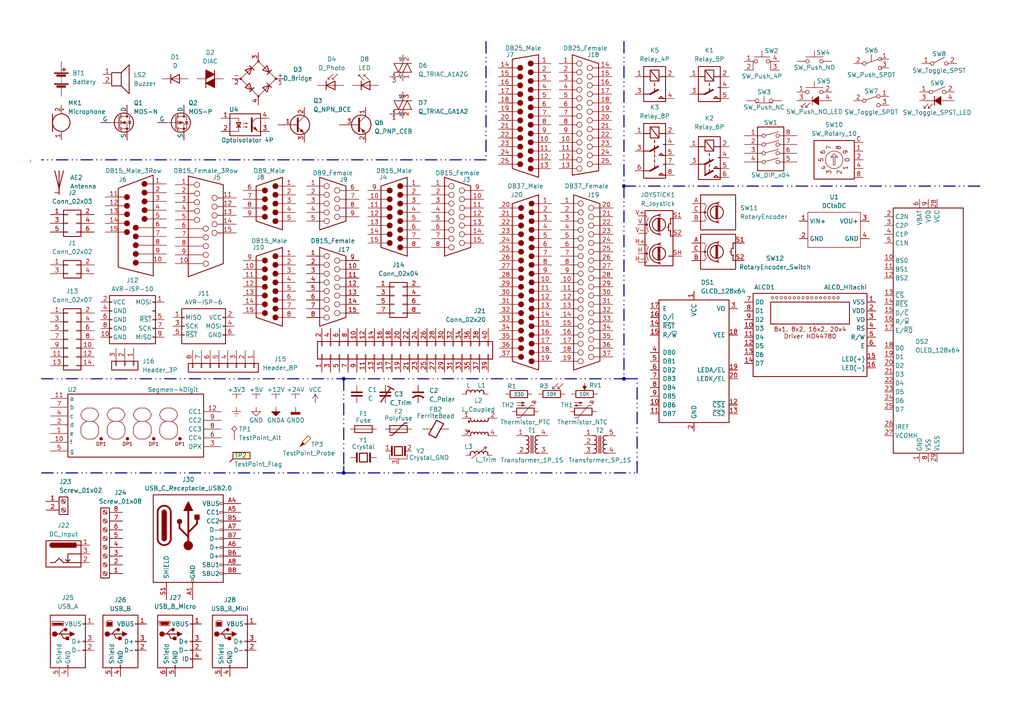
<source format=kicad_sch>
(kicad_sch (version 20250114) (generator "eeschema") (generator_version "9.0")
  (paper "A4")
  (lib_symbols
    (symbol "0pyzActive:Battery" (pin_numbers (hide yes)) (pin_names (offset 0) (hide yes))
      (property "Reference" "BT" (at 2.54 2.54 0))
      (property "Value" "Battery" (at 2.54 0 0))
      (symbol "Battery_1_1"
        (pin passive line (at 0 5.08 270) (length 2.54) (name "+") (number "1"))
        (pin passive line (at 0 -5.08 90) (length 2.54) (name "-") (number "2"))
      )
    )
    (symbol "0pyzActive:D" (pin_numbers (hide yes)) (pin_names (offset 1.016) (hide yes))
      (property "Reference" "D" (at 0 2.54 0))
      (property "Value" "D" (at 0 -2.54 0))
      (symbol "D_1_1"
        (pin passive line (at -3.81 0 0) (length 2.54) (name "K") (number "1"))
        (pin passive line (at 3.81 0 180) (length 2.54) (name "A") (number "2"))
      )
    )
    (symbol "0pyzActive:DIAC" (pin_numbers (hide yes)) (pin_names (offset 1.016) (hide yes))
      (property "Reference" "D" (at 0 3.81 0))
      (property "Value" "DIAC" (at 0 -3.81 0))
      (symbol "DIAC_1_1"
        (pin passive line (at -3.81 0 0) (length 2.54) (name "K") (number "1"))
        (pin passive line (at 3.81 0 180) (length 2.54) (name "A") (number "2"))
      )
    )
    (symbol "0pyzActive:D_Bridge" (pin_names (offset 0))
      (property "Reference" "D" (at 2.54 6.985 0))
      (property "Value" "D_Bridge" (at 2.54 5.08 0))
      (symbol "D_Bridge_1_1"
        (pin passive line (at -7.62 0 0) (length 2.54) (name "-") (number "2"))
        (pin passive line (at 0 7.62 270) (length 2.54) (name "~") (number "3"))
        (pin passive line (at 0 -7.62 90) (length 2.54) (name "~") (number "4"))
        (pin passive line (at 7.62 0 180) (length 2.54) (name "+") (number "1"))
      )
    )
    (symbol "0pyzActive:D_Photo" (pin_numbers (hide yes)) (pin_names (hide yes))
      (property "Reference" "D" (at 0.508 1.778 0))
      (property "Value" "D_Photo" (at -1.016 -2.794 0))
      (symbol "D_Photo_1_1"
        (pin passive line (at -5.08 0 0) (length 2.54) (name "K") (number "1"))
        (pin passive line (at 2.54 0 180) (length 2.54) (name "A") (number "2"))
      )
    )
    (symbol "0pyzActive:MOS-N" (pin_numbers (hide yes)) (pin_names (offset 0))
      (property "Reference" "Q" (at 5.08 1.27 0))
      (property "Value" "MOS-N" (at 5.08 -1.27 0))
      (symbol "MOS-N_1_1"
        (pin input line (at -5.08 0 0) (length 2.54) (name "G") (number "2"))
        (pin passive line (at 2.54 5.08 270) (length 2.54) (name "D") (number "1"))
        (pin passive line (at 2.54 -5.08 90) (length 2.54) (name "S") (number "3"))
      )
    )
    (symbol "0pyzActive:MOS-P" (pin_numbers (hide yes)) (pin_names (offset 0))
      (property "Reference" "Q" (at 5.08 1.27 0))
      (property "Value" "MOS-P" (at 5.08 -1.27 0))
      (symbol "MOS-P_1_1"
        (pin input line (at -5.08 0 0) (length 2.54) (name "G") (number "2"))
        (pin passive line (at 2.54 5.08 270) (length 2.54) (name "D") (number "1"))
        (pin passive line (at 2.54 -5.08 90) (length 2.54) (name "S") (number "3"))
      )
    )
    (symbol "0pyzActive:Microphone" (pin_names (offset 0.0254) (hide yes))
      (property "Reference" "MK" (at -3.81 1.27 0))
      (property "Value" "Microphone" (at -3.81 -0.635 0))
      (symbol "Microphone_1_1"
        (pin passive line (at 0 5.08 270) (length 2.54) (name "+") (number "2"))
        (pin passive line (at 0 -5.08 90) (length 2.54) (name "-") (number "1"))
      )
    )
    (symbol "0pyzActive:Q_NPN_BCE" (pin_names (offset 0) (hide yes))
      (property "Reference" "Q" (at 5.08 1.27 0))
      (property "Value" "Q_NPN_BCE" (at 5.08 -1.27 0))
      (symbol "Q_NPN_BCE_1_1"
        (pin input line (at -5.08 0 0) (length 5.715) (name "B") (number "1"))
        (pin passive line (at 2.54 5.08 270) (length 2.54) (name "C") (number "2"))
        (pin passive line (at 2.54 -5.08 90) (length 2.54) (name "E") (number "3"))
      )
    )
    (symbol "0pyzActive:Q_PNP_CEB" (pin_names (offset 0) (hide yes))
      (property "Reference" "Q" (at 5.08 1.27 0))
      (property "Value" "Q_PNP_CEB" (at 5.08 -1.27 0))
      (symbol "Q_PNP_CEB_1_1"
        (pin input line (at -5.08 0 0) (length 5.715) (name "B") (number "3"))
        (pin passive line (at 2.54 5.08 270) (length 2.54) (name "C") (number "1"))
        (pin passive line (at 2.54 -5.08 90) (length 2.54) (name "E") (number "2"))
      )
    )
    (symbol "0pyzActive:Q_TRIAC_A1A2G" (pin_names (offset 0))
      (property "Reference" "D" (at 3.175 0.635 0))
      (property "Value" "Q_TRIAC_A1A2G" (at 3.175 -1.27 0))
      (symbol "Q_TRIAC_A1A2G_1_1"
        (pin input line (at -3.81 -2.54 0) (length 2.54) (name "G") (number "3"))
        (pin passive line (at 0 3.81 270) (length 2.54) (name "A2") (number "2"))
        (pin passive line (at 0 -3.81 90) (length 2.54) (name "A1") (number "1"))
      )
    )
    (symbol "0pyzActive:Q_TRIAC_GA1A2" (pin_names (offset 0))
      (property "Reference" "D" (at 3.175 0.635 0))
      (property "Value" "Q_TRIAC_GA1A2" (at 3.175 -1.27 0))
      (symbol "Q_TRIAC_GA1A2_1_1"
        (pin input line (at -3.81 -2.54 0) (length 2.54) (name "G") (number "1"))
        (pin passive line (at 0 3.81 270) (length 2.54) (name "A2") (number "3"))
        (pin passive line (at 0 -3.81 90) (length 2.54) (name "A1") (number "2"))
      )
    )
    (symbol "0pyzBoard:DCtoDC"
      (property "Reference" "U" (at -6.35 6.35 0))
      (property "Value" "DCtoDC" (at 0 0 0))
      (symbol "DCtoDC_1_1"
        (pin power_in line (at -10.16 2.54 0) (length 2.54) (name "VIN+") (number "1"))
        (pin power_in line (at -10.16 -2.54 0) (length 2.54) (name "GND") (number "2"))
        (pin power_out line (at 10.16 2.54 180) (length 2.54) (name "VOU+") (number "3"))
        (pin power_out line (at 10.16 -2.54 180) (length 2.54) (name "GND") (number "4"))
      )
    )
    (symbol "0pyzConnector:AVR-ISP-10" (pin_names (offset 1.016))
      (property "Reference" "J" (at -6.35 8.255 0))
      (property "Value" "AVR-ISP-10" (at -6.35 -8.255 0))
      (symbol "AVR-ISP-10_1_1"
        (pin passive line (at -8.89 5.08 0) (length 2.54) (name "VCC") (number "2"))
        (pin passive line (at -8.89 2.54 0) (length 2.54) (name "GND") (number "4"))
        (pin passive line (at -8.89 0 0) (length 2.54) (name "GND") (number "6"))
        (pin passive line (at -8.89 -2.54 0) (length 2.54) (name "GND") (number "8"))
        (pin passive line (at -8.89 -5.08 0) (length 2.54) (name "GND") (number "10"))
        (pin passive line (at 9.525 5.08 180) (length 2.54) (name "MOSI") (number "1"))
        (pin no_connect line (at 9.525 2.54 180) (length 2.54) (hide yes) (name "NC") (number "3"))
        (pin passive line (at 9.525 0 180) (length 2.54) (name "~{RST}") (number "5"))
        (pin passive line (at 9.525 -2.54 180) (length 2.54) (name "SCK") (number "7"))
        (pin passive line (at 9.525 -5.08 180) (length 2.54) (name "MISO") (number "9"))
      )
    )
    (symbol "0pyzConnector:Conn_02x02" (pin_names (offset 1.016) (hide yes))
      (property "Reference" "J" (at 0 3.81 0))
      (property "Value" "Conn_02x02" (at 0 -3.81 0))
      (symbol "Conn_02x02_1_1"
        (pin passive line (at -6.35 1.27 0) (length 3.81) (name "Pin_1") (number "1"))
        (pin passive line (at -6.35 -1.27 0) (length 3.81) (name "Pin_3") (number "3"))
        (pin passive line (at 6.35 1.27 180) (length 3.81) (name "Pin_2") (number "2"))
        (pin passive line (at 6.35 -1.27 180) (length 3.81) (name "Pin_4") (number "4"))
      )
    )
    (symbol "0pyzConnector:Conn_02x03" (pin_names (offset 1.016) (hide yes))
      (property "Reference" "J" (at 0 5.08 0))
      (property "Value" "Conn_02x03" (at 0 -5.08 0))
      (symbol "Conn_02x03_1_1"
        (pin passive line (at -6.35 2.54 0) (length 3.81) (name "Pin_1") (number "1"))
        (pin passive line (at -6.35 0 0) (length 3.81) (name "Pin_3") (number "3"))
        (pin passive line (at -6.35 -2.54 0) (length 3.81) (name "Pin_5") (number "5"))
        (pin passive line (at 6.35 2.54 180) (length 3.81) (name "Pin_2") (number "2"))
        (pin passive line (at 6.35 0 180) (length 3.81) (name "Pin_4") (number "4"))
        (pin passive line (at 6.35 -2.54 180) (length 3.81) (name "Pin_6") (number "6"))
      )
    )
    (symbol "0pyzConnector:Conn_02x04" (pin_names (offset 1.016) (hide yes))
      (property "Reference" "J" (at 0 6.35 0))
      (property "Value" "Conn_02x04" (at 0 -6.35 0))
      (symbol "Conn_02x04_1_1"
        (pin passive line (at -6.35 3.81 0) (length 3.81) (name "Pin_1") (number "1"))
        (pin passive line (at -6.35 1.27 0) (length 3.81) (name "Pin_3") (number "3"))
        (pin passive line (at -6.35 -1.27 0) (length 3.81) (name "Pin_5") (number "5"))
        (pin passive line (at -6.35 -3.81 0) (length 3.81) (name "Pin_7") (number "7"))
        (pin passive line (at 6.35 3.81 180) (length 3.81) (name "Pin_2") (number "2"))
        (pin passive line (at 6.35 1.27 180) (length 3.81) (name "Pin_4") (number "4"))
        (pin passive line (at 6.35 -1.27 180) (length 3.81) (name "Pin_6") (number "6"))
        (pin passive line (at 6.35 -3.81 180) (length 3.81) (name "Pin_8") (number "8"))
      )
    )
    (symbol "0pyzConnector:Conn_02x20" (pin_names (offset 1.016) (hide yes))
      (property "Reference" "J" (at 1.27 25.4 0))
      (property "Value" "Conn_02x20" (at 1.27 -27.94 0))
      (symbol "Conn_02x20_1_1"
        (pin passive line (at -5.08 22.86 0) (length 3.81) (name "Pin_1") (number "1"))
        (pin passive line (at -5.08 20.32 0) (length 3.81) (name "Pin_3") (number "3"))
        (pin passive line (at -5.08 17.78 0) (length 3.81) (name "Pin_5") (number "5"))
        (pin passive line (at -5.08 15.24 0) (length 3.81) (name "Pin_7") (number "7"))
        (pin passive line (at -5.08 12.7 0) (length 3.81) (name "Pin_9") (number "9"))
        (pin passive line (at -5.08 10.16 0) (length 3.81) (name "Pin_11") (number "11"))
        (pin passive line (at -5.08 7.62 0) (length 3.81) (name "Pin_13") (number "13"))
        (pin passive line (at -5.08 5.08 0) (length 3.81) (name "Pin_15") (number "15"))
        (pin passive line (at -5.08 2.54 0) (length 3.81) (name "Pin_17") (number "17"))
        (pin passive line (at -5.08 0 0) (length 3.81) (name "Pin_19") (number "19"))
        (pin passive line (at -5.08 -2.54 0) (length 3.81) (name "Pin_21") (number "21"))
        (pin passive line (at -5.08 -5.08 0) (length 3.81) (name "Pin_23") (number "23"))
        (pin passive line (at -5.08 -7.62 0) (length 3.81) (name "Pin_25") (number "25"))
        (pin passive line (at -5.08 -10.16 0) (length 3.81) (name "Pin_27") (number "27"))
        (pin passive line (at -5.08 -12.7 0) (length 3.81) (name "Pin_29") (number "29"))
        (pin passive line (at -5.08 -15.24 0) (length 3.81) (name "Pin_31") (number "31"))
        (pin passive line (at -5.08 -17.78 0) (length 3.81) (name "Pin_33") (number "33"))
        (pin passive line (at -5.08 -20.32 0) (length 3.81) (name "Pin_35") (number "35"))
        (pin passive line (at -5.08 -22.86 0) (length 3.81) (name "Pin_37") (number "37"))
        (pin passive line (at -5.08 -25.4 0) (length 3.81) (name "Pin_39") (number "39"))
        (pin passive line (at 7.62 22.86 180) (length 3.81) (name "Pin_2") (number "2"))
        (pin passive line (at 7.62 20.32 180) (length 3.81) (name "Pin_4") (number "4"))
        (pin passive line (at 7.62 17.78 180) (length 3.81) (name "Pin_6") (number "6"))
        (pin passive line (at 7.62 15.24 180) (length 3.81) (name "Pin_8") (number "8"))
        (pin passive line (at 7.62 12.7 180) (length 3.81) (name "Pin_10") (number "10"))
        (pin passive line (at 7.62 10.16 180) (length 3.81) (name "Pin_12") (number "12"))
        (pin passive line (at 7.62 7.62 180) (length 3.81) (name "Pin_14") (number "14"))
        (pin passive line (at 7.62 5.08 180) (length 3.81) (name "Pin_16") (number "16"))
        (pin passive line (at 7.62 2.54 180) (length 3.81) (name "Pin_18") (number "18"))
        (pin passive line (at 7.62 0 180) (length 3.81) (name "Pin_20") (number "20"))
        (pin passive line (at 7.62 -2.54 180) (length 3.81) (name "Pin_22") (number "22"))
        (pin passive line (at 7.62 -5.08 180) (length 3.81) (name "Pin_24") (number "24"))
        (pin passive line (at 7.62 -7.62 180) (length 3.81) (name "Pin_26") (number "26"))
        (pin passive line (at 7.62 -10.16 180) (length 3.81) (name "Pin_28") (number "28"))
        (pin passive line (at 7.62 -12.7 180) (length 3.81) (name "Pin_30") (number "30"))
        (pin passive line (at 7.62 -15.24 180) (length 3.81) (name "Pin_32") (number "32"))
        (pin passive line (at 7.62 -17.78 180) (length 3.81) (name "Pin_34") (number "34"))
        (pin passive line (at 7.62 -20.32 180) (length 3.81) (name "Pin_36") (number "36"))
        (pin passive line (at 7.62 -22.86 180) (length 3.81) (name "Pin_38") (number "38"))
        (pin passive line (at 7.62 -25.4 180) (length 3.81) (name "Pin_40") (number "40"))
      )
    )
    (symbol "0pyzConnector:DB15_Female" (pin_names (offset 1.016) (hide yes))
      (property "Reference" "J" (at 0 12.7 0))
      (property "Value" "DB15_Female" (at 0.254 -13.335 0))
      (symbol "DB15_Female_1_1"
        (pin passive line (at -7.62 8.89 0) (length 3.81) (name "1") (number "1"))
        (pin passive line (at -7.62 6.35 0) (length 3.81) (name "2") (number "2"))
        (pin passive line (at -7.62 3.81 0) (length 3.81) (name "3") (number "3"))
        (pin passive line (at -7.62 1.27 0) (length 3.81) (name "4") (number "4"))
        (pin passive line (at -7.62 -1.27 0) (length 3.81) (name "5") (number "5"))
        (pin passive line (at -7.62 -3.81 0) (length 3.81) (name "6") (number "6"))
        (pin passive line (at -7.62 -6.35 0) (length 3.81) (name "7") (number "7"))
        (pin passive line (at -7.62 -8.89 0) (length 3.81) (name "8") (number "8"))
        (pin passive line (at 7.62 7.62 180) (length 3.81) (name "9") (number "9"))
        (pin passive line (at 7.62 5.08 180) (length 3.81) (name "10") (number "10"))
        (pin passive line (at 7.62 2.54 180) (length 3.81) (name "11") (number "11"))
        (pin passive line (at 7.62 0 180) (length 3.81) (name "12") (number "12"))
        (pin passive line (at 7.62 -2.54 180) (length 3.81) (name "13") (number "13"))
        (pin passive line (at 7.62 -5.08 180) (length 3.81) (name "14") (number "14"))
        (pin passive line (at 7.62 -7.62 180) (length 3.81) (name "15") (number "15"))
      )
    )
    (symbol "0pyzConnector:DB15_Female_3Row" (pin_names (offset 1.016) (hide yes))
      (property "Reference" "J" (at 0.254 17.78 0))
      (property "Value" "DB15_Female_3Row" (at 0.254 15.24 0))
      (symbol "DB15_Female_3Row_1_1"
        (pin passive line (at -8.89 11.176 0) (length 5.08) (name "~") (number "1"))
        (pin passive line (at -8.89 8.636 0) (length 5.08) (name "~") (number "2"))
        (pin passive line (at -8.89 6.096 0) (length 5.08) (name "~") (number "3"))
        (pin passive line (at -8.89 3.556 0) (length 5.08) (name "~") (number "4"))
        (pin passive line (at -8.89 1.016 0) (length 5.08) (name "~") (number "5"))
        (pin passive line (at -8.89 -1.524 0) (length 5.08) (name "~") (number "6"))
        (pin passive line (at -8.89 -4.064 0) (length 5.08) (name "~") (number "7"))
        (pin passive line (at -8.89 -6.604 0) (length 5.08) (name "~") (number "8"))
        (pin passive line (at -8.89 -9.144 0) (length 5.08) (name "~") (number "9"))
        (pin passive line (at -8.89 -11.684 0) (length 5.08) (name "~") (number "10"))
        (pin passive line (at 8.89 7.366 180) (length 5.08) (name "~") (number "11"))
        (pin passive line (at 8.89 4.826 180) (length 5.08) (name "~") (number "12"))
        (pin passive line (at 8.89 2.286 180) (length 5.08) (name "~") (number "13"))
        (pin passive line (at 8.89 -0.254 180) (length 5.08) (name "~") (number "14"))
        (pin passive line (at 8.89 -2.794 180) (length 5.08) (name "~") (number "15"))
      )
    )
    (symbol "0pyzConnector:DB15_Male" (pin_names (offset 1.016) (hide yes))
      (property "Reference" "J" (at 1.27 13.97 0))
      (property "Value" "DB15_Male" (at 1.27 11.43 0))
      (symbol "DB15_Male_1_1"
        (pin passive line (at -6.35 7.62 0) (length 3.81) (name "8") (number "8"))
        (pin passive line (at -6.35 5.08 0) (length 3.81) (name "7") (number "7"))
        (pin passive line (at -6.35 2.54 0) (length 3.81) (name "6") (number "6"))
        (pin passive line (at -6.35 0 0) (length 3.81) (name "5") (number "5"))
        (pin passive line (at -6.35 -2.54 0) (length 3.81) (name "4") (number "4"))
        (pin passive line (at -6.35 -5.08 0) (length 3.81) (name "3") (number "3"))
        (pin passive line (at -6.35 -7.62 0) (length 3.81) (name "2") (number "2"))
        (pin passive line (at -6.35 -10.16 0) (length 3.81) (name "1") (number "1"))
        (pin passive line (at 8.89 6.35 180) (length 3.81) (name "15") (number "15"))
        (pin passive line (at 8.89 3.81 180) (length 3.81) (name "14") (number "14"))
        (pin passive line (at 8.89 1.27 180) (length 3.81) (name "13") (number "13"))
        (pin passive line (at 8.89 -1.27 180) (length 3.81) (name "12") (number "12"))
        (pin passive line (at 8.89 -3.81 180) (length 3.81) (name "11") (number "11"))
        (pin passive line (at 8.89 -6.35 180) (length 3.81) (name "10") (number "10"))
        (pin passive line (at 8.89 -8.89 180) (length 3.81) (name "9") (number "9"))
      )
    )
    (symbol "0pyzConnector:DB15_Male_3Row" (pin_names (offset 1.016) (hide yes))
      (property "Reference" "J" (at 0 16.51 0))
      (property "Value" "DB15_Male_3Row" (at 0 13.97 0))
      (symbol "DB15_Male_3Row_1_1"
        (pin passive line (at -8.89 8.89 0) (length 5.08) (name "~") (number "10"))
        (pin passive line (at -8.89 6.35 0) (length 5.08) (name "~") (number "9"))
        (pin passive line (at -8.89 3.81 0) (length 5.08) (name "~") (number "8"))
        (pin passive line (at -8.89 1.27 0) (length 5.08) (name "~") (number "7"))
        (pin passive line (at -8.89 -1.27 0) (length 5.08) (name "~") (number "6"))
        (pin passive line (at -8.89 -3.81 0) (length 5.08) (name "~") (number "5"))
        (pin passive line (at -8.89 -6.35 0) (length 5.08) (name "~") (number "4"))
        (pin passive line (at -8.89 -8.89 0) (length 5.08) (name "~") (number "3"))
        (pin passive line (at -8.89 -11.43 0) (length 5.08) (name "~") (number "2"))
        (pin passive line (at -8.89 -13.97 0) (length 5.08) (name "~") (number "1"))
        (pin passive line (at 8.89 0 180) (length 5.08) (name "~") (number "15"))
        (pin passive line (at 8.89 -2.54 180) (length 5.08) (name "~") (number "14"))
        (pin passive line (at 8.89 -5.08 180) (length 5.08) (name "~") (number "13"))
        (pin passive line (at 8.89 -7.62 180) (length 5.08) (name "~") (number "12"))
        (pin passive line (at 8.89 -10.16 180) (length 5.08) (name "~") (number "11"))
      )
    )
    (symbol "0pyzConnector:DB25_Female" (pin_names (offset 1.016) (hide yes))
      (property "Reference" "J" (at 0 20.32 0))
      (property "Value" "DB25_Female" (at 1.27 17.78 0))
      (symbol "DB25_Female_1_1"
        (pin passive line (at -7.366 13.97 0) (length 3.81) (name "1") (number "1"))
        (pin passive line (at -7.366 11.43 0) (length 3.81) (name "2") (number "2"))
        (pin passive line (at -7.366 8.89 0) (length 3.81) (name "3") (number "3"))
        (pin passive line (at -7.366 6.35 0) (length 3.81) (name "4") (number "4"))
        (pin passive line (at -7.366 3.81 0) (length 3.81) (name "5") (number "5"))
        (pin passive line (at -7.366 1.27 0) (length 3.81) (name "6") (number "6"))
        (pin passive line (at -7.366 -1.27 0) (length 3.81) (name "7") (number "7"))
        (pin passive line (at -7.366 -3.81 0) (length 3.81) (name "8") (number "8"))
        (pin passive line (at -7.366 -6.35 0) (length 3.81) (name "9") (number "9"))
        (pin passive line (at -7.366 -8.89 0) (length 3.81) (name "10") (number "10"))
        (pin passive line (at -7.366 -11.43 0) (length 3.81) (name "11") (number "11"))
        (pin passive line (at -7.366 -13.97 0) (length 3.81) (name "12") (number "12"))
        (pin passive line (at -7.366 -16.51 0) (length 3.81) (name "13") (number "13"))
        (pin passive line (at 7.874 12.7 180) (length 3.81) (name "P14") (number "14"))
        (pin passive line (at 7.874 10.16 180) (length 3.81) (name "P15") (number "15"))
        (pin passive line (at 7.874 7.62 180) (length 3.81) (name "P16") (number "16"))
        (pin passive line (at 7.874 5.08 180) (length 3.81) (name "P17") (number "17"))
        (pin passive line (at 7.874 2.54 180) (length 3.81) (name "P18") (number "18"))
        (pin passive line (at 7.874 0 180) (length 3.81) (name "P19") (number "19"))
        (pin passive line (at 7.874 -2.54 180) (length 3.81) (name "P20") (number "20"))
        (pin passive line (at 7.874 -5.08 180) (length 3.81) (name "P21") (number "21"))
        (pin passive line (at 7.874 -7.62 180) (length 3.81) (name "P22") (number "22"))
        (pin passive line (at 7.874 -10.16 180) (length 3.81) (name "P23") (number "23"))
        (pin passive line (at 7.874 -12.7 180) (length 3.81) (name "P24") (number "24"))
        (pin passive line (at 7.874 -15.24 180) (length 3.81) (name "P25") (number "25"))
      )
    )
    (symbol "0pyzConnector:DB25_Male" (pin_names (offset 1.016) (hide yes))
      (property "Reference" "J" (at 0.254 21.59 0))
      (property "Value" "DB25_Male" (at 0.254 19.05 0))
      (symbol "DB25_Male_1_1"
        (pin passive line (at -7.366 13.97 0) (length 3.81) (name "13") (number "13"))
        (pin passive line (at -7.366 11.43 0) (length 3.81) (name "12") (number "12"))
        (pin passive line (at -7.366 8.89 0) (length 3.81) (name "11") (number "11"))
        (pin passive line (at -7.366 6.35 0) (length 3.81) (name "10") (number "10"))
        (pin passive line (at -7.366 3.81 0) (length 3.81) (name "9") (number "9"))
        (pin passive line (at -7.366 1.27 0) (length 3.81) (name "8") (number "8"))
        (pin passive line (at -7.366 -1.27 0) (length 3.81) (name "7") (number "7"))
        (pin passive line (at -7.366 -3.81 0) (length 3.81) (name "6") (number "6"))
        (pin passive line (at -7.366 -6.35 0) (length 3.81) (name "5") (number "5"))
        (pin passive line (at -7.366 -8.89 0) (length 3.81) (name "4") (number "4"))
        (pin passive line (at -7.366 -11.43 0) (length 3.81) (name "3") (number "3"))
        (pin passive line (at -7.366 -13.97 0) (length 3.81) (name "2") (number "2"))
        (pin passive line (at -7.366 -16.51 0) (length 3.81) (name "1") (number "1"))
        (pin passive line (at 7.874 12.7 180) (length 3.81) (name "P25") (number "25"))
        (pin passive line (at 7.874 10.16 180) (length 3.81) (name "P24") (number "24"))
        (pin passive line (at 7.874 7.62 180) (length 3.81) (name "P23") (number "23"))
        (pin passive line (at 7.874 5.08 180) (length 3.81) (name "P22") (number "22"))
        (pin passive line (at 7.874 2.54 180) (length 3.81) (name "P21") (number "21"))
        (pin passive line (at 7.874 0 180) (length 3.81) (name "P20") (number "20"))
        (pin passive line (at 7.874 -2.54 180) (length 3.81) (name "P19") (number "19"))
        (pin passive line (at 7.874 -5.08 180) (length 3.81) (name "P18") (number "18"))
        (pin passive line (at 7.874 -7.62 180) (length 3.81) (name "P17") (number "17"))
        (pin passive line (at 7.874 -10.16 180) (length 3.81) (name "P16") (number "16"))
        (pin passive line (at 7.874 -12.7 180) (length 3.81) (name "P15") (number "15"))
        (pin passive line (at 7.874 -15.24 180) (length 3.81) (name "P14") (number "14"))
      )
    )
    (symbol "0pyzConnector:DB37_Female" (pin_names (offset 1.016) (hide yes))
      (property "Reference" "J" (at 0 27.94 0))
      (property "Value" "DB37_Female" (at 0 25.4 0))
      (symbol "DB37_Female_1_1"
        (pin passive line (at -7.62 21.59 0) (length 3.81) (name "1") (number "1"))
        (pin passive line (at -7.62 19.05 0) (length 3.81) (name "2") (number "2"))
        (pin passive line (at -7.62 16.51 0) (length 3.81) (name "3") (number "3"))
        (pin passive line (at -7.62 13.97 0) (length 3.81) (name "4") (number "4"))
        (pin passive line (at -7.62 11.43 0) (length 3.81) (name "5") (number "5"))
        (pin passive line (at -7.62 8.89 0) (length 3.81) (name "6") (number "6"))
        (pin passive line (at -7.62 6.35 0) (length 3.81) (name "7") (number "7"))
        (pin passive line (at -7.62 3.81 0) (length 3.81) (name "8") (number "8"))
        (pin passive line (at -7.62 1.27 0) (length 3.81) (name "9") (number "9"))
        (pin passive line (at -7.62 -1.27 0) (length 3.81) (name "10") (number "10"))
        (pin passive line (at -7.62 -3.81 0) (length 3.81) (name "11") (number "11"))
        (pin passive line (at -7.62 -6.35 0) (length 3.81) (name "12") (number "12"))
        (pin passive line (at -7.62 -8.89 0) (length 3.81) (name "13") (number "13"))
        (pin passive line (at -7.62 -11.43 0) (length 3.81) (name "14") (number "14"))
        (pin passive line (at -7.62 -13.97 0) (length 3.81) (name "15") (number "15"))
        (pin passive line (at -7.62 -16.51 0) (length 3.81) (name "16") (number "16"))
        (pin passive line (at -7.62 -19.05 0) (length 3.81) (name "17") (number "17"))
        (pin passive line (at -7.62 -21.59 0) (length 3.81) (name "18") (number "18"))
        (pin passive line (at -7.62 -24.13 0) (length 3.81) (name "19") (number "19"))
        (pin passive line (at 7.62 20.32 180) (length 3.81) (name "20") (number "20"))
        (pin passive line (at 7.62 17.78 180) (length 3.81) (name "21") (number "21"))
        (pin passive line (at 7.62 15.24 180) (length 3.81) (name "22") (number "22"))
        (pin passive line (at 7.62 12.7 180) (length 3.81) (name "23") (number "23"))
        (pin passive line (at 7.62 10.16 180) (length 3.81) (name "24") (number "24"))
        (pin passive line (at 7.62 7.62 180) (length 3.81) (name "25") (number "25"))
        (pin passive line (at 7.62 5.08 180) (length 3.81) (name "26") (number "26"))
        (pin passive line (at 7.62 2.54 180) (length 3.81) (name "27") (number "27"))
        (pin passive line (at 7.62 0 180) (length 3.81) (name "28") (number "28"))
        (pin passive line (at 7.62 -2.54 180) (length 3.81) (name "29") (number "29"))
        (pin passive line (at 7.62 -5.08 180) (length 3.81) (name "30") (number "30"))
        (pin passive line (at 7.62 -7.62 180) (length 3.81) (name "31") (number "31"))
        (pin passive line (at 7.62 -10.16 180) (length 3.81) (name "32") (number "32"))
        (pin passive line (at 7.62 -12.7 180) (length 3.81) (name "33") (number "33"))
        (pin passive line (at 7.62 -15.24 180) (length 3.81) (name "34") (number "34"))
        (pin passive line (at 7.62 -17.78 180) (length 3.81) (name "35") (number "35"))
        (pin passive line (at 7.62 -20.32 180) (length 3.81) (name "36") (number "36"))
        (pin passive line (at 7.62 -22.86 180) (length 3.81) (name "37") (number "37"))
      )
    )
    (symbol "0pyzConnector:DB37_Male" (pin_names (offset 1.016) (hide yes))
      (property "Reference" "J" (at 0 30.48 0))
      (property "Value" "DB37_Male" (at 1.27 27.94 0))
      (symbol "DB37_Male_1_1"
        (pin passive line (at -7.62 24.13 0) (length 3.81) (name "19") (number "19"))
        (pin passive line (at -7.62 21.59 0) (length 3.81) (name "18") (number "18"))
        (pin passive line (at -7.62 19.05 0) (length 3.81) (name "17") (number "17"))
        (pin passive line (at -7.62 16.51 0) (length 3.81) (name "16") (number "16"))
        (pin passive line (at -7.62 13.97 0) (length 3.81) (name "15") (number "15"))
        (pin passive line (at -7.62 11.43 0) (length 3.81) (name "14") (number "14"))
        (pin passive line (at -7.62 8.89 0) (length 3.81) (name "13") (number "13"))
        (pin passive line (at -7.62 6.35 0) (length 3.81) (name "12") (number "12"))
        (pin passive line (at -7.62 3.81 0) (length 3.81) (name "11") (number "11"))
        (pin passive line (at -7.62 1.27 0) (length 3.81) (name "10") (number "10"))
        (pin passive line (at -7.62 -1.27 0) (length 3.81) (name "9") (number "9"))
        (pin passive line (at -7.62 -3.81 0) (length 3.81) (name "8") (number "8"))
        (pin passive line (at -7.62 -6.35 0) (length 3.81) (name "7") (number "7"))
        (pin passive line (at -7.62 -8.89 0) (length 3.81) (name "6") (number "6"))
        (pin passive line (at -7.62 -11.43 0) (length 3.81) (name "5") (number "5"))
        (pin passive line (at -7.62 -13.97 0) (length 3.81) (name "4") (number "4"))
        (pin passive line (at -7.62 -16.51 0) (length 3.81) (name "3") (number "3"))
        (pin passive line (at -7.62 -19.05 0) (length 3.81) (name "2") (number "2"))
        (pin passive line (at -7.62 -21.59 0) (length 3.81) (name "1") (number "1"))
        (pin passive line (at 7.62 22.86 180) (length 3.81) (name "37") (number "37"))
        (pin passive line (at 7.62 20.32 180) (length 3.81) (name "36") (number "36"))
        (pin passive line (at 7.62 17.78 180) (length 3.81) (name "35") (number "35"))
        (pin passive line (at 7.62 15.24 180) (length 3.81) (name "34") (number "34"))
        (pin passive line (at 7.62 12.7 180) (length 3.81) (name "33") (number "33"))
        (pin passive line (at 7.62 10.16 180) (length 3.81) (name "32") (number "32"))
        (pin passive line (at 7.62 7.62 180) (length 3.81) (name "31") (number "31"))
        (pin passive line (at 7.62 5.08 180) (length 3.81) (name "30") (number "30"))
        (pin passive line (at 7.62 2.54 180) (length 3.81) (name "29") (number "29"))
        (pin passive line (at 7.62 0 180) (length 3.81) (name "28") (number "28"))
        (pin passive line (at 7.62 -2.54 180) (length 3.81) (name "27") (number "27"))
        (pin passive line (at 7.62 -5.08 180) (length 3.81) (name "26") (number "26"))
        (pin passive line (at 7.62 -7.62 180) (length 3.81) (name "25") (number "25"))
        (pin passive line (at 7.62 -10.16 180) (length 3.81) (name "24") (number "24"))
        (pin passive line (at 7.62 -12.7 180) (length 3.81) (name "23") (number "23"))
        (pin passive line (at 7.62 -15.24 180) (length 3.81) (name "22") (number "22"))
        (pin passive line (at 7.62 -17.78 180) (length 3.81) (name "21") (number "21"))
        (pin passive line (at 7.62 -20.32 180) (length 3.81) (name "20") (number "20"))
      )
    )
    (symbol "0pyzConnector:DB9_Male" (pin_names (offset 1.016) (hide yes))
      (property "Reference" "J" (at 0 10.16 0))
      (property "Value" "DB9_Male" (at 0 -7.62 0))
      (symbol "DB9_Male_1_1"
        (pin passive line (at -7.62 6.35 0) (length 3.81) (name "5") (number "5"))
        (pin passive line (at -7.62 3.81 0) (length 3.81) (name "4") (number "4"))
        (pin passive line (at -7.62 1.27 0) (length 3.81) (name "3") (number "3"))
        (pin passive line (at -7.62 -1.27 0) (length 3.81) (name "2") (number "2"))
        (pin passive line (at -7.62 -3.81 0) (length 3.81) (name "1") (number "1"))
        (pin passive line (at 7.62 5.08 180) (length 3.81) (name "9") (number "9"))
        (pin passive line (at 7.62 2.54 180) (length 3.81) (name "8") (number "8"))
        (pin passive line (at 7.62 0 180) (length 3.81) (name "7") (number "7"))
        (pin passive line (at 7.62 -2.54 180) (length 3.81) (name "6") (number "6"))
      )
    )
    (symbol "0pyzConnector:DC_Input" (pin_names (hide yes))
      (property "Reference" "J" (at 0 5.334 0))
      (property "Value" "DC_Input" (at 0 -5.08 0))
      (symbol "DC_Input_1_1"
        (pin passive line (at 7.62 2.54 180) (length 2.54) (name "~") (number "1"))
        (pin passive line (at 7.62 0 180) (length 2.54) (name "~") (number "3"))
        (pin passive line (at 7.62 -2.54 180) (length 2.54) (name "~") (number "2"))
      )
    )
    (symbol "0pyzConnector:Header_3P" (pin_names (offset 1.016) (hide yes))
      (property "Reference" "J" (at 0 5.08 0))
      (property "Value" "Header_3P" (at 0 -5.08 0))
      (symbol "Header_3P_1_1"
        (pin passive line (at -5.08 2.54 0) (length 3.81) (name "Pin_1") (number "1"))
        (pin passive line (at -5.08 0 0) (length 3.81) (name "Pin_2") (number "2"))
        (pin passive line (at -5.08 -2.54 0) (length 3.81) (name "Pin_3") (number "3"))
      )
    )
    (symbol "0pyzConnector:Header_8P" (pin_names (offset 1.016) (hide yes))
      (property "Reference" "J" (at 0 10.16 0))
      (property "Value" "Header_8P" (at 0 -12.7 0))
      (symbol "Header_8P_1_1"
        (pin passive line (at -5.08 7.62 0) (length 3.81) (name "Pin_1") (number "1"))
        (pin passive line (at -5.08 5.08 0) (length 3.81) (name "Pin_2") (number "2"))
        (pin passive line (at -5.08 2.54 0) (length 3.81) (name "Pin_3") (number "3"))
        (pin passive line (at -5.08 0 0) (length 3.81) (name "Pin_4") (number "4"))
        (pin passive line (at -5.08 -2.54 0) (length 3.81) (name "Pin_5") (number "5"))
        (pin passive line (at -5.08 -5.08 0) (length 3.81) (name "Pin_6") (number "6"))
        (pin passive line (at -5.08 -7.62 0) (length 3.81) (name "Pin_7") (number "7"))
        (pin passive line (at -5.08 -10.16 0) (length 3.81) (name "Pin_8") (number "8"))
      )
    )
    (symbol "0pyzConnector:Screw_Terminal_01x02" (pin_names (offset 1.016) (hide yes))
      (property "Reference" "J" (at 0 3.81 0))
      (property "Value" "Screw_Terminal_01x02" (at 0 -3.81 0))
      (symbol "Screw_Terminal_01x02_1_1"
        (pin passive line (at -5.08 1.27 0) (length 3.81) (name "Pin_1") (number "1"))
        (pin passive line (at -5.08 -1.27 0) (length 3.81) (name "Pin_2") (number "2"))
      )
    )
    (symbol "0pyzConnector:Screw_Terminal_01x08" (pin_names (offset 1.016) (hide yes))
      (property "Reference" "J" (at 0 11.43 0))
      (property "Value" "Screw_Terminal_01x08" (at 0 -11.43 0))
      (symbol "Screw_Terminal_01x08_1_1"
        (pin passive line (at -5.08 8.89 0) (length 3.81) (name "Pin_1") (number "1"))
        (pin passive line (at -5.08 6.35 0) (length 3.81) (name "Pin_2") (number "2"))
        (pin passive line (at -5.08 3.81 0) (length 3.81) (name "Pin_3") (number "3"))
        (pin passive line (at -5.08 1.27 0) (length 3.81) (name "Pin_4") (number "4"))
        (pin passive line (at -5.08 -1.27 0) (length 3.81) (name "Pin_5") (number "5"))
        (pin passive line (at -5.08 -3.81 0) (length 3.81) (name "Pin_6") (number "6"))
        (pin passive line (at -5.08 -6.35 0) (length 3.81) (name "Pin_7") (number "7"))
        (pin passive line (at -5.08 -8.89 0) (length 3.81) (name "Pin_8") (number "8"))
      )
    )
    (symbol "0pyzConnector:USB_A" (pin_names (offset 1.016))
      (property "Reference" "J" (at -5.08 11.43 0))
      (property "Value" "USB_A" (at -5.08 8.89 0))
      (symbol "USB_A_1_1"
        (pin passive line (at -2.54 -10.16 90) (length 2.54) (name "Shield") (number "5"))
        (pin power_in line (at 0 -10.16 90) (length 2.54) (name "GND") (number "4"))
        (pin power_in line (at 7.62 5.08 180) (length 2.54) (name "VBUS") (number "1"))
        (pin bidirectional line (at 7.62 0 180) (length 2.54) (name "D+") (number "3"))
        (pin bidirectional line (at 7.62 -2.54 180) (length 2.54) (name "D-") (number "2"))
      )
    )
    (symbol "0pyzConnector:USB_B" (pin_names (offset 1.016))
      (property "Reference" "J" (at -5.08 11.43 0))
      (property "Value" "USB_B" (at -5.08 8.89 0))
      (symbol "USB_B_1_1"
        (pin passive line (at -2.54 -10.16 90) (length 2.54) (name "Shield") (number "5"))
        (pin power_out line (at 0 -10.16 90) (length 2.54) (name "GND") (number "4"))
        (pin power_out line (at 7.62 5.08 180) (length 2.54) (name "VBUS") (number "1"))
        (pin bidirectional line (at 7.62 0 180) (length 2.54) (name "D+") (number "3"))
        (pin bidirectional line (at 7.62 -2.54 180) (length 2.54) (name "D-") (number "2"))
      )
    )
    (symbol "0pyzConnector:USB_B_Micro" (pin_names (offset 1.016))
      (property "Reference" "J" (at -5.08 11.43 0))
      (property "Value" "USB_B_Micro" (at -5.08 8.89 0))
      (symbol "USB_B_Micro_1_1"
        (pin passive line (at -2.54 -10.16 90) (length 2.54) (name "Shield") (number "6"))
        (pin power_out line (at 0 -10.16 90) (length 2.54) (name "GND") (number "5"))
        (pin power_out line (at 7.62 5.08 180) (length 2.54) (name "VBUS") (number "1"))
        (pin bidirectional line (at 7.62 0 180) (length 2.54) (name "D+") (number "3"))
        (pin bidirectional line (at 7.62 -2.54 180) (length 2.54) (name "D-") (number "2"))
        (pin passive line (at 7.62 -5.08 180) (length 2.54) (name "ID") (number "4"))
      )
    )
    (symbol "0pyzConnector:USB_B_Mini" (pin_names (offset 1.016))
      (property "Reference" "J" (at -5.08 11.43 0))
      (property "Value" "USB_B_Mini" (at -5.08 8.89 0))
      (symbol "USB_B_Mini_1_1"
        (pin passive line (at -2.54 -10.16 90) (length 2.54) (name "Shield") (number "5"))
        (pin power_out line (at 0 -10.16 90) (length 2.54) (name "GND") (number "4"))
        (pin power_out line (at 7.62 5.08 180) (length 2.54) (name "VBUS") (number "1"))
        (pin bidirectional line (at 7.62 0 180) (length 2.54) (name "D+") (number "3"))
        (pin bidirectional line (at 7.62 -2.54 180) (length 2.54) (name "D-") (number "2"))
      )
    )
    (symbol "0pyzDisplay:ALCD_Hitachi"
      (property "Reference" "ALCD" (at -16.256 14.478 0))
      (property "Value" "ALCD_Hitachi" (at 16.51 14.478 0))
      (symbol "ALCD_Hitachi_1_1"
        (text "8x1, 8x2, 16x2, 20x4\nDriver HD44780" (at 0 1.27 0) (effects (font (size 1.27 1.27))))
        (pin input line (at -19.05 10.16 0) (length 2.54) (name "D0") (number "7"))
        (pin input line (at -19.05 7.62 0) (length 2.54) (name "D1") (number "8"))
        (pin input line (at -19.05 5.08 0) (length 2.54) (name "D2") (number "9"))
        (pin input line (at -19.05 2.54 0) (length 2.54) (name "D3") (number "10"))
        (pin input line (at -19.05 0 0) (length 2.54) (name "D4") (number "11"))
        (pin input line (at -19.05 -2.54 0) (length 2.54) (name "D5") (number "12"))
        (pin input line (at -19.05 -5.08 0) (length 2.54) (name "D6") (number "13"))
        (pin input line (at -19.05 -7.62 0) (length 2.54) (name "D7") (number "14"))
        (pin power_in line (at 19.05 10.16 180) (length 2.54) (name "VSS") (number "1"))
        (pin power_in line (at 19.05 7.62 180) (length 2.54) (name "VDD") (number "2"))
        (pin input line (at 19.05 5.08 180) (length 2.54) (name "VO") (number "3"))
        (pin input line (at 19.05 2.54 180) (length 2.54) (name "RS") (number "4"))
        (pin input line (at 19.05 0 180) (length 2.54) (name "R/W") (number "5"))
        (pin input line (at 19.05 -2.54 180) (length 2.54) (name "E") (number "6"))
        (pin power_in line (at 19.05 -6.35 180) (length 2.54) (name "LED(+)") (number "15"))
        (pin power_in line (at 19.05 -8.89 180) (length 2.54) (name "LED(-)") (number "16"))
      )
    )
    (symbol "0pyzDisplay:GLCD_128x64" (pin_names (offset 1.016))
      (property "Reference" "DS" (at -8.382 19.05 0))
      (property "Value" "GLCD_128x64" (at 5.588 19.05 0))
      (symbol "GLCD_128x64_1_1"
        (pin input line (at -12.7 15.24 0) (length 2.54) (name "E") (number "17"))
        (pin input line (at -12.7 12.7 0) (length 2.54) (name "D/~{I}") (number "16"))
        (pin input line (at -12.7 10.16 0) (length 2.54) (name "~{RST}") (number "14"))
        (pin input line (at -12.7 7.62 0) (length 2.54) (name "R/~{W}") (number "15"))
        (pin bidirectional line (at -12.7 2.54 0) (length 2.54) (name "DB0") (number "4"))
        (pin bidirectional line (at -12.7 0 0) (length 2.54) (name "DB1") (number "5"))
        (pin bidirectional line (at -12.7 -2.54 0) (length 2.54) (name "DB2") (number "6"))
        (pin bidirectional line (at -12.7 -5.08 0) (length 2.54) (name "DB3") (number "7"))
        (pin bidirectional line (at -12.7 -7.62 0) (length 2.54) (name "DB4") (number "8"))
        (pin bidirectional line (at -12.7 -10.16 0) (length 2.54) (name "DB5") (number "9"))
        (pin bidirectional line (at -12.7 -12.7 0) (length 2.54) (name "DB6") (number "10"))
        (pin bidirectional line (at -12.7 -15.24 0) (length 2.54) (name "DB7") (number "11"))
        (pin power_in line (at 0 20.32 270) (length 2.54) (name "VCC") (number "1"))
        (pin power_in line (at 0 -20.32 90) (length 2.54) (name "GND") (number "2"))
        (pin passive line (at 12.7 15.24 180) (length 2.54) (name "VO") (number "3"))
        (pin passive line (at 12.7 7.62 180) (length 2.54) (name "VEE") (number "18"))
        (pin passive line (at 12.7 -2.54 180) (length 2.54) (name "LEDA/EL") (number "19"))
        (pin passive line (at 12.7 -5.08 180) (length 2.54) (name "LEDK/EL") (number "20"))
        (pin input line (at 12.7 -12.7 180) (length 2.54) (name "~{CS1}") (number "12"))
        (pin input line (at 12.7 -15.24 180) (length 2.54) (name "~{CS2}") (number "13"))
      )
    )
    (symbol "0pyzDisplay:OLED_128x64"
      (property "Reference" "DS" (at -10.16 38.1 0))
      (property "Value" "OLED_128x64" (at 12.7 38.1 0))
      (symbol "OLED_128x64_1_1"
        (pin passive line (at -12.7 33.02 0) (length 2.54) (name "C2N") (number "2"))
        (pin passive line (at -12.7 30.48 0) (length 2.54) (name "C2P") (number "3"))
        (pin passive line (at -12.7 27.94 0) (length 2.54) (name "C1P") (number "4"))
        (pin passive line (at -12.7 25.4 0) (length 2.54) (name "C1N") (number "5"))
        (pin input line (at -12.7 20.32 0) (length 2.54) (name "BS0") (number "10"))
        (pin input line (at -12.7 17.78 0) (length 2.54) (name "BS1") (number "11"))
        (pin input line (at -12.7 15.24 0) (length 2.54) (name "BS2") (number "12"))
        (pin input line (at -12.7 10.16 0) (length 2.54) (name "~{CS}") (number "13"))
        (pin input line (at -12.7 7.62 0) (length 2.54) (name "~{RES}") (number "14"))
        (pin input line (at -12.7 5.08 0) (length 2.54) (name "D/~{C}") (number "15"))
        (pin input line (at -12.7 2.54 0) (length 2.54) (name "R/~{W}") (number "16"))
        (pin input line (at -12.7 0 0) (length 2.54) (name "E/~{RD}") (number "17"))
        (pin bidirectional line (at -12.7 -5.08 0) (length 2.54) (name "D0") (number "18"))
        (pin bidirectional line (at -12.7 -7.62 0) (length 2.54) (name "D1") (number "19"))
        (pin bidirectional line (at -12.7 -10.16 0) (length 2.54) (name "D2") (number "20"))
        (pin bidirectional line (at -12.7 -12.7 0) (length 2.54) (name "D3") (number "21"))
        (pin bidirectional line (at -12.7 -15.24 0) (length 2.54) (name "D4") (number "22"))
        (pin bidirectional line (at -12.7 -17.78 0) (length 2.54) (name "D5") (number "23"))
        (pin bidirectional line (at -12.7 -20.32 0) (length 2.54) (name "D6") (number "24"))
        (pin bidirectional line (at -12.7 -22.86 0) (length 2.54) (name "D7") (number "25"))
        (pin passive line (at -12.7 -27.94 0) (length 2.54) (name "IREF") (number "26"))
        (pin passive line (at -12.7 -30.48 0) (length 2.54) (name "VCOMH") (number "27"))
        (pin power_in line (at -2.54 38.1 270) (length 2.54) (name "VBAT") (number "6"))
        (pin power_in line (at -2.54 -38.1 90) (length 2.54) (name "GND") (number "1"))
        (pin passive line (at -2.54 -38.1 90) (length 2.54) (hide yes) (name "GND") (number "30"))
        (pin power_in line (at 0 38.1 270) (length 2.54) (name "VDD") (number "9"))
        (pin power_in line (at 0 -38.1 90) (length 2.54) (name "VSS") (number "8"))
        (pin power_in line (at 2.54 38.1 270) (length 2.54) (name "VCC") (number "28"))
        (pin power_in line (at 2.54 -38.1 90) (length 2.54) (name "VLSS") (number "29"))
        (pin no_connect line (at 10.16 0 180) (length 2.54) (hide yes) (name "NC") (number "7"))
      )
    )
    (symbol "0pyzDisplay:Segmen-4Digit"
      (property "Reference" "U" (at -16.51 11.43 0))
      (property "Value" "Segmen-4Digit" (at 12.7 11.43 0))
      (symbol "Segmen-4Digit_1_0"
        (text "8" (at -11.43 1.27 0) (effects (font (size 9 9))))
        (text "DP1" (at -8.128 -4.318 0) (effects (font (size 1 1))))
        (text "8" (at -3.81 1.27 0) (effects (font (size 9 9))))
        (text "DP1" (at -0.508 -4.318 0) (effects (font (size 1 1))))
        (text "8" (at 3.81 1.27 0) (effects (font (size 9 9))))
        (text "DP1" (at 7.112 -4.318 0) (effects (font (size 1 1))))
        (text "8" (at 11.43 1.27 0) (effects (font (size 9 9))))
        (text "DP1" (at 14.732 -4.318 0) (effects (font (size 1 1))))
      )
      (symbol "Segmen-4Digit_1_1"
        (pin input line (at -22.86 8.89 0) (length 5.08) (name "a") (number "11"))
        (pin input line (at -22.86 6.35 0) (length 5.08) (name "b") (number "7"))
        (pin input line (at -22.86 3.81 0) (length 5.08) (name "c") (number "4"))
        (pin input line (at -22.86 1.27 0) (length 5.08) (name "d") (number "2"))
        (pin input line (at -22.86 -1.27 0) (length 5.08) (name "e") (number "1"))
        (pin input line (at -22.86 -3.81 0) (length 5.08) (name "f") (number "10"))
        (pin input line (at -22.86 -6.35 0) (length 5.08) (name "g") (number "5"))
        (pin input line (at 26.67 5.08 180) (length 5.08) (name "CC1") (number "12"))
        (pin input line (at 26.67 2.54 180) (length 5.08) (name "CC2") (number "9"))
        (pin input line (at 26.67 0 180) (length 5.08) (name "CC3") (number "8"))
        (pin input line (at 26.67 -2.54 180) (length 5.08) (name "CC4") (number "6"))
        (pin input line (at 26.67 -5.08 180) (length 5.08) (name "DPX") (number "3"))
      )
    )
    (symbol "0pyzGeneral:+12V" (power) (pin_names (offset 0))
      (property "Value" "+12V" (at 0 2.54 0))
      (symbol "+12V_1_1"
        (pin power_in line (at 0 0 90) (length 0) (hide yes) (name "+12V") (number "1"))
      )
    )
    (symbol "0pyzGeneral:+24V" (power) (pin_names (offset 0))
      (property "Value" "+24V" (at 0 2.54 0))
      (symbol "+24V_1_1"
        (pin power_in line (at 0 0 90) (length 0) (hide yes) (name "+24V") (number "1"))
      )
    )
    (symbol "0pyzGeneral:+3V3" (power) (pin_names (offset 0))
      (property "Value" "+3V3" (at 0 2.54 0))
      (symbol "+3V3_1_1"
        (pin power_in line (at 0 0 90) (length 0) (hide yes) (name "+3V3") (number "1"))
      )
    )
    (symbol "0pyzGeneral:+5V" (power) (pin_names (offset 0))
      (property "Value" "+5V" (at 0 2.54 0))
      (symbol "+5V_1_1"
        (pin power_in line (at 0 0 90) (length 0) (hide yes) (name "+5V") (number "1"))
      )
    )
    (symbol "0pyzGeneral:Earth" (power) (pin_names (offset 0))
      (symbol "Earth_1_1"
        (pin power_in line (at 0 0 270) (length 0) (hide yes) (name "Earth") (number "1"))
      )
    )
    (symbol "0pyzGeneral:GND" (power) (pin_names (offset 0))
      (property "Value" "GND" (at 0 -3.81 0))
      (symbol "GND_1_1"
        (pin power_in line (at 0 0 270) (length 0) (hide yes) (name "GND") (number "1"))
      )
    )
    (symbol "0pyzGeneral:GNDA" (power) (pin_names (offset 0))
      (property "Value" "GNDA" (at 0 -3.81 0))
      (symbol "GNDA_1_1"
        (pin power_in line (at 0 0 270) (length 0) (hide yes) (name "GNDA") (number "1"))
      )
    )
    (symbol "0pyzGeneral:TestPoint_Alt" (pin_numbers (hide yes)) (pin_names (offset 0.762) (hide yes))
      (property "Reference" "TP" (at 0 6.858 0))
      (property "Value" "TestPoint_Alt" (at 0 5.08 0))
      (symbol "TestPoint_Alt_1_1"
        (pin passive line (at 0 0 90) (length 2.54) (name "1") (number "1"))
      )
    )
    (symbol "0pyzGeneral:TestPoint_Flag" (pin_numbers (hide yes)) (pin_names (offset 0.762) (hide yes))
      (property "Reference" "TP" (at 3.429 1.778 0))
      (property "Value" "TestPoint_Flag" (at 3.302 4.191 0))
      (symbol "TestPoint_Flag_1_1"
        (pin passive line (at 0 0 90) (length 0) (name "1") (number "1"))
      )
    )
    (symbol "0pyzGeneral:TestPoint_Probe" (pin_numbers (hide yes)) (pin_names (offset 0.762) (hide yes))
      (property "Reference" "TP" (at 1.651 5.842 0))
      (property "Value" "TestPoint_Probe" (at 1.651 4.064 0))
      (symbol "TestPoint_Probe_1_1"
        (pin passive line (at 0 0 90) (length 0) (name "1") (number "1"))
      )
    )
    (symbol "0pyzGeneral:VCC" (power) (pin_names (offset 0))
      (property "Value" "VCC" (at 0 3.81 0))
      (symbol "VCC_1_1"
        (pin power_in line (at 0 0 90) (length 0) (hide yes) (name "VCC") (number "1"))
      )
    )
    (symbol "0pyzPassive:C" (pin_numbers (hide yes)) (pin_names (offset 0.254) (hide yes))
      (property "Reference" "C" (at 1.27 5.08 0))
      (property "Value" "C" (at 1.27 2.54 0))
      (symbol "C_1_1"
        (pin passive line (at 0 2.54 270) (length 2.032) (name "~") (number "1"))
        (pin passive line (at 0 -2.54 90) (length 2.032) (name "~") (number "2"))
      )
    )
    (symbol "0pyzPassive:C_Polar" (pin_numbers (hide yes)) (pin_names (offset 0.254) (hide yes))
      (property "Reference" "C" (at 1.27 5.08 0))
      (property "Value" "C_Polar" (at 1.27 2.54 0))
      (symbol "C_Polar_1_1"
        (pin passive line (at 0 2.54 270) (length 2.032) (name "~") (number "1"))
        (pin passive line (at 0 -2.54 90) (length 2.032) (name "~") (number "2"))
      )
    )
    (symbol "0pyzPassive:C_Trim" (pin_numbers (hide yes)) (pin_names (offset 0.254) (hide yes))
      (property "Reference" "C" (at 1.27 5.08 0))
      (property "Value" "C_Trim" (at 1.27 2.54 0))
      (symbol "C_Trim_1_1"
        (pin passive line (at 0 2.54 270) (length 2.032) (name "~") (number "1"))
        (pin passive line (at 0 -2.54 90) (length 2.032) (name "~") (number "2"))
      )
    )
    (symbol "0pyzPassive:Crystal" (pin_numbers (hide yes)) (pin_names (offset 1.016) (hide yes))
      (property "Reference" "Y" (at 0 2.54 0))
      (property "Value" "Crystal" (at 0 -2.54 0))
      (symbol "Crystal_1_1"
        (pin passive line (at -3.81 0 0) (length 1.27) (name "1") (number "1"))
        (pin passive line (at 3.81 0 180) (length 1.27) (name "2") (number "2"))
      )
    )
    (symbol "0pyzPassive:Crystal_GND" (pin_names (offset 1.016) (hide yes))
      (property "Reference" "Y" (at 0 5.715 0))
      (property "Value" "Crystal_GND" (at 0 3.81 0))
      (symbol "Crystal_GND_1_1"
        (pin passive line (at -3.81 0 0) (length 1.27) (name "1") (number "1"))
        (pin passive line (at 0 -3.81 90) (length 1.27) (name "3") (number "3"))
        (pin passive line (at 3.81 0 180) (length 1.27) (name "2") (number "2"))
      )
    )
    (symbol "0pyzPassive:Fuse" (pin_numbers (hide yes)) (pin_names (offset 0))
      (property "Reference" "F" (at 0 2.54 0))
      (property "Value" "Fuse" (at 0 -2.54 0))
      (symbol "Fuse_1_1"
        (pin passive line (at -3.81 0 0) (length 1.27) (name "~") (number "1"))
        (pin passive line (at 3.81 0 180) (length 1.27) (name "~") (number "2"))
      )
    )
    (symbol "0pyzPassive:L" (pin_numbers (hide yes)) (pin_names (offset 1.016) (hide yes))
      (property "Reference" "L" (at 0 -1.27 0))
      (property "Value" "L" (at 0 2.159 0))
      (symbol "L_1_1"
        (pin passive line (at -3.81 0 0) (length 1.27) (name "1") (number "1"))
        (pin passive line (at 3.81 0 180) (length 1.27) (name "2") (number "2"))
      )
    )
    (symbol "0pyzPassive:L_Coupled" (pin_names (offset 0.254) (hide yes))
      (property "Reference" "L" (at 0 4.445 0))
      (property "Value" "L_Coupled" (at 0 -4.445 0))
      (symbol "L_Coupled_1_1"
        (pin passive line (at -5.08 2.54 0) (length 2.54) (name "1") (number "1"))
        (pin passive line (at -5.08 -2.54 0) (length 2.54) (name "3") (number "3"))
        (pin passive line (at 5.08 2.54 180) (length 2.54) (name "2") (number "2"))
        (pin passive line (at 5.08 -2.54 180) (length 2.54) (name "4") (number "4"))
      )
    )
    (symbol "0pyzPassive:L_Trim" (pin_numbers (hide yes)) (pin_names (offset 1.016) (hide yes))
      (property "Reference" "L" (at -2.286 2.413 0))
      (property "Value" "L_Trim" (at 0 -2.032 0))
      (symbol "L_Trim_1_1"
        (pin passive line (at -3.937 0 0) (length 1.27) (name "1") (number "1"))
        (pin passive line (at 3.683 0 180) (length 1.27) (name "2") (number "2"))
      )
    )
    (symbol "0pyzPassive:Polyfuse" (pin_numbers (hide yes)) (pin_names (offset 0))
      (property "Reference" "F" (at 0 -2.54 0))
      (property "Value" "Polyfuse" (at 0 3.048 0))
      (symbol "Polyfuse_1_1"
        (pin passive line (at -3.81 0 0) (length 1.27) (name "~") (number "1"))
        (pin passive line (at 3.81 0 180) (length 1.27) (name "~") (number "2"))
      )
    )
    (symbol "0pyzPassive:R_Joystick" (pin_names (offset 0.254) (hide yes))
      (property "Reference" "JOYSTICK" (at 0.254 9.398 0))
      (property "Value" "R_Joystick" (at 0.254 -9.144 0))
      (symbol "R_Joystick_1_1"
        (pin passive line (at -6.096 6.604 0) (length 1.27) (name "V+") (number "V+"))
        (pin passive line (at -6.096 4.064 0) (length 1.27) (name "V") (number "V"))
        (pin passive line (at -6.096 1.524 0) (length 1.27) (name "V-") (number "V-"))
        (pin passive line (at -6.096 -1.778 0) (length 1.27) (name "H+") (number "H+"))
        (pin passive line (at -6.096 -4.318 0) (length 1.27) (name "H") (number "H"))
        (pin passive line (at -6.096 -6.858 0) (length 1.27) (name "H-") (number "H-"))
        (pin passive line (at 6.604 5.842 180) (length 2.54) (name "S1") (number "S1"))
        (pin passive line (at 6.604 0.762 180) (length 2.54) (name "S2") (number "S2"))
        (pin passive line (at 6.604 -5.08 180) (length 2.54) (name "SH") (number "SH"))
      )
    )
    (symbol "0pyzPassive:R_Photo" (pin_numbers (hide yes)) (pin_names (offset 0))
      (property "Reference" "R000" (at -2.286 2.286 0))
      (property "Value" "R_Photo" (at 0 0 0))
      (symbol "R_Photo_1_1"
        (pin passive line (at -3.81 0 0) (length 1.27) (name "~") (number "1"))
        (pin passive line (at 3.81 0 180) (length 1.27) (name "~") (number "2"))
      )
    )
    (symbol "0pyzPassive:RotaryEncoder" (pin_names (offset 0.254) (hide yes))
      (property "Reference" "SW" (at 0 6.604 0))
      (property "Value" "RotaryEncoder" (at 0 -6.604 0))
      (symbol "RotaryEncoder_1_1"
        (pin passive line (at -7.62 2.54 0) (length 2.54) (name "A") (number "A"))
        (pin passive line (at -7.62 0 0) (length 2.54) (name "C") (number "C"))
        (pin passive line (at -7.62 -2.54 0) (length 2.54) (name "B") (number "B"))
      )
    )
    (symbol "0pyzPassive:RotaryEncoder_Switch" (pin_names (offset 0.254) (hide yes))
      (property "Reference" "SW" (at 0 6.604 0))
      (property "Value" "RotaryEncoder_Switch" (at 0 -6.604 0))
      (symbol "RotaryEncoder_Switch_1_1"
        (pin passive line (at -7.62 2.54 0) (length 2.54) (name "A") (number "A"))
        (pin passive line (at -7.62 0 0) (length 2.54) (name "C") (number "C"))
        (pin passive line (at -7.62 -2.54 0) (length 2.54) (name "B") (number "B"))
        (pin passive line (at 7.62 2.54 180) (length 2.54) (name "S1") (number "S1"))
        (pin passive line (at 7.62 -2.54 180) (length 2.54) (name "S2") (number "S2"))
      )
    )
    (symbol "0pyzPassive:Thermistor_NTC" (pin_numbers (hide yes)) (pin_names (offset 0))
      (property "Reference" "TH" (at -2.286 3.81 0))
      (property "Value" "Thermistor_NTC" (at 0 -3.048 0))
      (symbol "Thermistor_NTC_1_1"
        (pin passive line (at -3.556 0 0) (length 1.27) (name "~") (number "2"))
        (pin passive line (at 4.064 0 180) (length 1.27) (name "~") (number "1"))
      )
    )
    (symbol "0pyzPassive:Thermistor_PTC" (pin_numbers (hide yes)) (pin_names (offset 0))
      (property "Reference" "TH" (at -2.286 3.81 0))
      (property "Value" "Thermistor_PTC" (at 0 -3.048 0))
      (symbol "Thermistor_PTC_1_1"
        (pin passive line (at -3.81 0 0) (length 1.27) (name "~") (number "2"))
        (pin passive line (at 3.81 0 180) (length 1.27) (name "~") (number "1"))
      )
    )
    (symbol "0pyzPassive:Transformer_1P_1S" (pin_names (offset 1.016) (hide yes))
      (property "Reference" "T" (at 0 4.064 0))
      (property "Value" "Transformer_1P_1S" (at 0 -4.572 0))
      (symbol "Transformer_1P_1S_1_1"
        (pin passive line (at -4.572 2.54 0) (length 2.54) (name "AA") (number "1"))
        (pin passive line (at -4.318 -2.54 0) (length 2.54) (name "AB") (number "2"))
        (pin passive line (at 4.572 2.54 180) (length 2.54) (name "SB") (number "4"))
        (pin passive line (at 4.572 -2.54 180) (length 2.54) (name "SA") (number "3"))
      )
    )
    (symbol "0pyzPassive:Transformer_SP_1S" (pin_names (offset 1.016) (hide yes))
      (property "Reference" "T" (at 0 4.064 0))
      (property "Value" "Transformer_SP_1S" (at 0 -4.572 0))
      (symbol "Transformer_SP_1S_1_1"
        (pin passive line (at -4.572 2.54 0) (length 2.54) (name "PR1") (number "1"))
        (pin passive line (at -4.572 0 0) (length 2.54) (name "PM") (number "2"))
        (pin passive line (at -4.572 -2.54 0) (length 2.54) (name "PR2") (number "3"))
        (pin passive line (at 4.572 2.54 180) (length 2.54) (name "S2") (number "5"))
        (pin passive line (at 4.572 -2.54 180) (length 2.54) (name "S1") (number "4"))
      )
    )
    (symbol "0pyzSwitchRelay:Relay_4P"
      (property "Reference" "K" (at 0 7.62 0))
      (property "Value" "Relay_4P" (at 0 5.715 0))
      (symbol "Relay_4P_1_1"
        (pin passive line (at -5.715 1.27 0) (length 2.54) (name "~") (number "1"))
        (pin passive line (at -5.715 -3.81 0) (length 2.54) (name "~") (number "3"))
        (pin passive line (at 5.715 1.27 180) (length 2.54) (name "~") (number "2"))
        (pin passive line (at 5.715 -5.08 180) (length 2.54) (name "~") (number "4"))
      )
    )
    (symbol "0pyzSwitchRelay:Relay_5P"
      (property "Reference" "K" (at 0 7.62 0))
      (property "Value" "Relay_5P" (at 0 5.715 0))
      (symbol "Relay_5P_1_1"
        (pin passive line (at -5.715 1.27 0) (length 2.54) (name "~") (number "1"))
        (pin passive line (at -5.715 -3.81 0) (length 2.54) (name "~") (number "3"))
        (pin passive line (at 5.715 1.27 180) (length 2.54) (name "~") (number "2"))
        (pin passive line (at 5.715 -1.905 180) (length 2.54) (name "~") (number "4"))
        (pin passive line (at 5.715 -5.08 180) (length 2.54) (name "~") (number "5"))
      )
    )
    (symbol "0pyzSwitchRelay:Relay_6P"
      (property "Reference" "K" (at 0 7.62 0))
      (property "Value" "Relay_6P" (at 0 5.715 0))
      (symbol "Relay_6P_1_1"
        (pin passive line (at -5.715 1.27 0) (length 2.54) (name "~") (number "1"))
        (pin passive line (at -5.715 -3.81 0) (length 2.54) (name "~") (number "3"))
        (pin passive line (at 5.715 1.27 180) (length 2.54) (name "~") (number "2"))
        (pin passive line (at 5.715 -1.905 180) (length 2.54) (name "~") (number "4"))
        (pin passive line (at 5.715 -5.08 180) (length 2.54) (name "~") (number "5"))
        (pin passive line (at 5.715 -7.62 180) (length 2.54) (name "~") (number "6"))
      )
    )
    (symbol "0pyzSwitchRelay:Relay_8P"
      (property "Reference" "K" (at 0 7.62 0))
      (property "Value" "Relay_8P" (at 0 5.715 0))
      (symbol "Relay_8P_1_1"
        (pin passive line (at -5.715 1.27 0) (length 2.54) (name "~") (number "1"))
        (pin passive line (at -5.715 -3.81 0) (length 2.54) (name "~") (number "3"))
        (pin passive line (at -5.715 -9.525 0) (length 2.54) (name "~") (number "6"))
        (pin passive line (at 5.715 1.27 180) (length 2.54) (name "~") (number "2"))
        (pin passive line (at 5.715 -1.905 180) (length 2.54) (name "~") (number "4"))
        (pin passive line (at 5.715 -5.08 180) (length 2.54) (name "~") (number "5"))
        (pin passive line (at 5.715 -7.62 180) (length 2.54) (name "~") (number "7"))
        (pin passive line (at 5.715 -10.795 180) (length 2.54) (name "~") (number "8"))
      )
    )
    (symbol "0pyzSwitchRelay:SW_DIP_x04" (pin_names (offset 0.002) (hide yes))
      (property "Reference" "SW" (at 0 7.62 0))
      (property "Value" "SW_DIP_x04" (at 0 -7.62 0))
      (symbol "SW_DIP_x04_1_1"
        (pin passive line (at -7.62 3.81 0) (length 5.08) (name "~") (number "1"))
        (pin passive line (at -7.62 1.27 0) (length 5.08) (name "~") (number "2"))
        (pin passive line (at -7.62 -1.27 0) (length 5.08) (name "~") (number "3"))
        (pin passive line (at -7.62 -3.81 0) (length 5.08) (name "~") (number "4"))
        (pin passive line (at 7.62 3.81 180) (length 5.08) (name "~") (number "8"))
        (pin passive line (at 7.62 1.27 180) (length 5.08) (name "~") (number "7"))
        (pin passive line (at 7.62 -1.27 180) (length 5.08) (name "~") (number "6"))
        (pin passive line (at 7.62 -3.81 180) (length 5.08) (name "~") (number "5"))
      )
    )
    (symbol "0pyzSwitchRelay:SW_Push_4P" (pin_names (offset 1.016) (hide yes))
      (property "Reference" "SW" (at 0.762 4.318 0))
      (property "Value" "SW_Push_4P" (at 0 -3.048 0))
      (symbol "SW_Push_4P_0_1"
        (pin passive line (at -5.08 1.27 0) (length 2.54) (name "1") (number "1"))
        (pin passive line (at -5.08 -1.27 0) (length 2.54) (name "2") (number "2"))
        (pin passive line (at 5.08 1.27 180) (length 2.54) (name "A") (number "4"))
        (pin passive line (at 5.08 -1.27 180) (length 2.54) (name "K") (number "3"))
      )
    )
    (symbol "0pyzSwitchRelay:SW_Push_NC" (pin_numbers (hide yes)) (pin_names (offset 1.016) (hide yes))
      (property "Reference" "SW" (at 0 2.54 0))
      (property "Value" "SW_Push_NC" (at 0 -1.905 0))
      (symbol "SW_Push_NC_0_1"
        (pin passive line (at -5.08 0 0) (length 2.54) (name "A") (number "1"))
      )
      (symbol "SW_Push_NC_1_1"
        (pin passive line (at 5.08 0 180) (length 2.54) (name "B") (number "2"))
      )
    )
    (symbol "0pyzSwitchRelay:SW_Push_NO" (pin_numbers (hide yes)) (pin_names (offset 1.016) (hide yes))
      (property "Reference" "SW" (at 0.508 2.54 0))
      (property "Value" "SW_Push_NO" (at 0 -1.778 0))
      (symbol "SW_Push_NO_0_1"
        (pin passive line (at -5.08 0 0) (length 2.54) (name "1") (number "1"))
        (pin passive line (at 5.08 0 180) (length 2.54) (name "2") (number "2"))
      )
    )
    (symbol "0pyzSwitchRelay:SW_Push_NO_LED" (pin_names (offset 1.016) (hide yes))
      (property "Reference" "SW" (at 0.635 4.445 0))
      (property "Value" "SW_Push_NO_LED" (at 0 -4.445 0))
      (symbol "SW_Push_NO_LED_0_1"
        (pin passive line (at -5.08 1.27 0) (length 2.54) (name "1") (number "1"))
        (pin passive line (at -5.08 -1.27 0) (length 2.54) (name "K") (number "3"))
        (pin passive line (at 5.08 1.27 180) (length 2.54) (name "2") (number "2"))
        (pin passive line (at 5.08 -1.27 180) (length 2.54) (name "A") (number "4"))
      )
    )
    (symbol "0pyzSwitchRelay:SW_Push_SPDT" (pin_names (offset 0.002) (hide yes))
      (property "Reference" "SW" (at 0 3.81 0))
      (property "Value" "SW_Push_SPDT" (at 0 -3.302 0))
      (symbol "SW_Push_SPDT_1_1"
        (pin passive line (at -5.08 0 0) (length 2.54) (name "B") (number "2"))
        (pin passive line (at 5.08 1.27 180) (length 2.54) (name "A") (number "1"))
        (pin passive line (at 5.08 -1.27 180) (length 2.54) (name "C") (number "3"))
      )
    )
    (symbol "0pyzSwitchRelay:SW_Rotary_10" (pin_names (hide yes))
      (property "Reference" "SW" (at 0 6.858 0))
      (property "Value" "SW_Rotary_10" (at 0 -7.112 0))
      (symbol "SW_Rotary_10_0_0"
        (text "5" (at -3.81 0 900) (effects (font (size 1.27 1.27))))
        (text "6" (at -3.302 2.286 540) (effects (font (size 1.27 1.27))))
        (text "4" (at -3.048 -2.286 1260) (effects (font (size 1.27 1.27))))
        (text "7" (at -1.524 3.556 180) (effects (font (size 1.27 1.27))))
        (text "3" (at -1.524 -3.556 1620) (effects (font (size 1.27 1.27))))
        (text "8" (at 1.27 3.556 3420) (effects (font (size 1.27 1.27))))
        (text "2" (at 1.524 -3.556 1980) (effects (font (size 1.27 1.27))))
        (text "9" (at 3.302 2.286 3060) (effects (font (size 1.27 1.27))))
        (text "1" (at 3.302 -2.286 2340) (effects (font (size 1.27 1.27))))
        (text "0" (at 3.81 0 2700) (effects (font (size 1.27 1.27))))
      )
      (symbol "SW_Rotary_10_1_1"
        (pin passive line (at 8.382 5.08 180) (length 2.54) (name "C") (number "C"))
        (pin passive line (at 8.382 2.54 180) (length 2.54) (name "1") (number "1"))
        (pin passive line (at 8.382 0 180) (length 2.54) (name "2") (number "2"))
        (pin passive line (at 8.382 -2.54 180) (length 2.54) (name "4") (number "4"))
        (pin passive line (at 8.382 -5.08 180) (length 2.54) (name "8") (number "8"))
      )
    )
    (symbol "0pyzSwitchRelay:SW_Toggle_SPDT" (pin_names (offset 0.002) (hide yes))
      (property "Reference" "SW" (at 0 2.794 0))
      (property "Value" "SW_Toggle_SPDT" (at 0 -3.302 0))
      (symbol "SW_Toggle_SPDT_1_1"
        (pin passive line (at -5.08 0 0) (length 2.54) (name "B") (number "2"))
        (pin passive line (at 5.08 1.27 180) (length 2.54) (name "A") (number "1"))
        (pin passive line (at 5.08 -1.27 180) (length 2.54) (name "C") (number "3"))
      )
    )
    (symbol "0pyzSwitchRelay:SW_Toggle_SPST" (pin_names (offset 0.002) (hide yes))
      (property "Reference" "SW" (at 0 2.794 0))
      (property "Value" "SW_Toggle_SPST" (at 0 -2.032 0))
      (symbol "SW_Toggle_SPST_1_1"
        (pin passive line (at -5.08 0 0) (length 2.54) (name "A") (number "1"))
        (pin passive line (at 5.08 0 180) (length 2.54) (name "B") (number "2"))
      )
    )
    (symbol "0pyzSwitchRelay:SW_Toggle_SPST_LED" (pin_names (offset 1.016) (hide yes))
      (property "Reference" "SW" (at 0 3.81 0))
      (property "Value" "SW_Toggle_SPST_LED" (at 0 -4.699 0))
      (symbol "SW_Toggle_SPST_LED_0_1"
        (pin passive line (at -5.08 1.27 0) (length 2.54) (name "1") (number "1"))
        (pin passive line (at -5.08 -1.27 0) (length 2.54) (name "K") (number "3"))
        (pin passive line (at 5.08 1.27 180) (length 2.54) (name "2") (number "2"))
        (pin passive line (at 5.08 -1.27 180) (length 2.54) (name "A") (number "4"))
      )
    )
    (symbol "AVR-ISP-6_1" (pin_names (offset 1.016))
      (property "Reference" "J" (at -6.35 6.35 0))
      (property "Value" "AVR-ISP-6" (at -5.08 -6.35 0))
      (symbol "AVR-ISP-6_1_1_1"
        (pin passive line (at -8.89 2.54 0) (length 2.54) (name "MISO") (number "1"))
        (pin passive line (at -8.89 0 0) (length 2.54) (name "SCK") (number "3"))
        (pin passive line (at -8.89 -2.54 0) (length 2.54) (name "~{RST}") (number "5"))
        (pin passive line (at 8.89 2.54 180) (length 2.54) (name "VCC") (number "2"))
        (pin passive line (at 8.89 0 180) (length 2.54) (name "MOSI") (number "4"))
        (pin passive line (at 8.89 -2.54 180) (length 2.54) (name "GND") (number "6"))
      )
    )
    (symbol "Antenna_1" (pin_numbers (hide yes)) (pin_names (offset 1.016) (hide yes))
      (property "Reference" "AE" (at -1.905 5.08 0))
      (property "Value" "Antenna" (at -1.905 3.175 0))
      (symbol "Antenna_1_1_1"
        (pin power_in line (at -1.27 -0.635 0) (length 1) (name "GND") (number "2"))
        (pin input line (at 0 -1.27 90) (length 2.54) (name "A") (number "1"))
      )
    )
    (symbol "Buzzer_1" (pin_names (offset 0) (hide yes))
      (property "Reference" "LS" (at 1.27 5.715 0))
      (property "Value" "Buzzer" (at 1.27 3.81 0))
      (symbol "Buzzer_1_1_1"
        (pin passive line (at -5.08 0 0) (length 2.54) (name "1") (number "1"))
        (pin passive line (at -5.08 -2.54 0) (length 2.54) (name "2") (number "2"))
      )
    )
    (symbol "Conn_02x07_1" (pin_names (offset 1.016) (hide yes))
      (property "Reference" "J" (at 0 10.16 0))
      (property "Value" "Conn_02x07" (at 0 -10.16 0))
      (symbol "Conn_02x07_1_1_1"
        (pin passive line (at -6.35 7.62 0) (length 3.81) (name "Pin_1") (number "1"))
        (pin passive line (at -6.35 5.08 0) (length 3.81) (name "Pin_3") (number "3"))
        (pin passive line (at -6.35 2.54 0) (length 3.81) (name "Pin_5") (number "5"))
        (pin passive line (at -6.35 0 0) (length 3.81) (name "Pin_7") (number "7"))
        (pin passive line (at -6.35 -2.54 0) (length 3.81) (name "Pin_9") (number "9"))
        (pin passive line (at -6.35 -5.08 0) (length 3.81) (name "Pin_11") (number "11"))
        (pin passive line (at -6.35 -7.62 0) (length 3.81) (name "Pin_13") (number "13"))
        (pin passive line (at 6.35 7.62 180) (length 3.81) (name "Pin_2") (number "2"))
        (pin passive line (at 6.35 5.08 180) (length 3.81) (name "Pin_4") (number "4"))
        (pin passive line (at 6.35 2.54 180) (length 3.81) (name "Pin_6") (number "6"))
        (pin passive line (at 6.35 0 180) (length 3.81) (name "Pin_8") (number "8"))
        (pin passive line (at 6.35 -2.54 180) (length 3.81) (name "Pin_10") (number "10"))
        (pin passive line (at 6.35 -5.08 180) (length 3.81) (name "Pin_12") (number "12"))
        (pin passive line (at 6.35 -7.62 180) (length 3.81) (name "Pin_14") (number "14"))
      )
    )
    (symbol "DB15_Female_1" (pin_names (offset 1.016) (hide yes))
      (property "Reference" "J" (at 0 15.24 0))
      (property "Value" "DB15_Female" (at 0 12.7 0))
      (symbol "DB15_Female_1_1_1"
        (pin passive line (at -7.62 8.89 0) (length 3.81) (name "1") (number "1"))
        (pin passive line (at -7.62 6.35 0) (length 3.81) (name "2") (number "2"))
        (pin passive line (at -7.62 3.81 0) (length 3.81) (name "3") (number "3"))
        (pin passive line (at -7.62 1.27 0) (length 3.81) (name "4") (number "4"))
        (pin passive line (at -7.62 -1.27 0) (length 3.81) (name "5") (number "5"))
        (pin passive line (at -7.62 -3.81 0) (length 3.81) (name "6") (number "6"))
        (pin passive line (at -7.62 -6.35 0) (length 3.81) (name "7") (number "7"))
        (pin passive line (at -7.62 -8.89 0) (length 3.81) (name "8") (number "8"))
        (pin passive line (at 7.62 7.62 180) (length 3.81) (name "9") (number "9"))
        (pin passive line (at 7.62 5.08 180) (length 3.81) (name "10") (number "10"))
        (pin passive line (at 7.62 2.54 180) (length 3.81) (name "11") (number "11"))
        (pin passive line (at 7.62 0 180) (length 3.81) (name "12") (number "12"))
        (pin passive line (at 7.62 -2.54 180) (length 3.81) (name "13") (number "13"))
        (pin passive line (at 7.62 -5.08 180) (length 3.81) (name "14") (number "14"))
        (pin passive line (at 7.62 -7.62 180) (length 3.81) (name "15") (number "15"))
      )
    )
    (symbol "DB15_Male_1" (pin_names (offset 1.016) (hide yes))
      (property "Reference" "J" (at 1.27 11.43 0))
      (property "Value" "DB15_Male" (at 0 -15.875 0))
      (symbol "DB15_Male_1_1_1"
        (pin passive line (at -6.35 7.62 0) (length 3.81) (name "8") (number "8"))
        (pin passive line (at -6.35 5.08 0) (length 3.81) (name "7") (number "7"))
        (pin passive line (at -6.35 2.54 0) (length 3.81) (name "6") (number "6"))
        (pin passive line (at -6.35 0 0) (length 3.81) (name "5") (number "5"))
        (pin passive line (at -6.35 -2.54 0) (length 3.81) (name "4") (number "4"))
        (pin passive line (at -6.35 -5.08 0) (length 3.81) (name "3") (number "3"))
        (pin passive line (at -6.35 -7.62 0) (length 3.81) (name "2") (number "2"))
        (pin passive line (at -6.35 -10.16 0) (length 3.81) (name "1") (number "1"))
        (pin passive line (at 8.89 6.35 180) (length 3.81) (name "15") (number "15"))
        (pin passive line (at 8.89 3.81 180) (length 3.81) (name "14") (number "14"))
        (pin passive line (at 8.89 1.27 180) (length 3.81) (name "13") (number "13"))
        (pin passive line (at 8.89 -1.27 180) (length 3.81) (name "12") (number "12"))
        (pin passive line (at 8.89 -3.81 180) (length 3.81) (name "11") (number "11"))
        (pin passive line (at 8.89 -6.35 180) (length 3.81) (name "10") (number "10"))
        (pin passive line (at 8.89 -8.89 180) (length 3.81) (name "9") (number "9"))
      )
    )
    (symbol "DB9_Female_1" (pin_names (offset 1.016) (hide yes))
      (property "Reference" "J" (at 0 7.62 0))
      (property "Value" "DB9_Female" (at 0 -8.89 0))
      (symbol "DB9_Female_1_1_1"
        (pin passive line (at -7.62 5.08 0) (length 3.81) (name "1") (number "1"))
        (pin passive line (at -7.62 2.54 0) (length 3.81) (name "2") (number "2"))
        (pin passive line (at -7.62 0 0) (length 3.81) (name "3") (number "3"))
        (pin passive line (at -7.62 -2.54 0) (length 3.81) (name "4") (number "4"))
        (pin passive line (at -7.62 -5.08 0) (length 3.81) (name "5") (number "5"))
        (pin passive line (at 7.62 3.81 180) (length 3.81) (name "6") (number "6"))
        (pin passive line (at 7.62 1.27 180) (length 3.81) (name "7") (number "7"))
        (pin passive line (at 7.62 -1.27 180) (length 3.81) (name "8") (number "8"))
        (pin passive line (at 7.62 -3.81 180) (length 3.81) (name "9") (number "9"))
      )
    )
    (symbol "FerriteBead_1" (pin_numbers (hide yes)) (pin_names (offset 0))
      (property "Reference" "FB" (at 0.635 3.81 0))
      (property "Value" "FerriteBead" (at 0 -3.81 0))
      (symbol "FerriteBead_1_1_1"
        (pin passive line (at -3.81 0 0) (length 2.54) (name "~") (number "2"))
        (pin passive line (at 3.81 0 180) (length 2.54) (name "~") (number "1"))
      )
    )
    (symbol "GNDD_1" (power) (pin_names (offset 0))
      (property "Value" "GNDD_1" (at 0 -3.81 0))
      (symbol "GNDD_1_1_1"
        (pin power_in line (at 0 0 270) (length 0) (hide yes) (name "GNDD") (number "1"))
      )
    )
    (symbol "LED_1" (pin_numbers (hide yes)) (pin_names (hide yes))
      (property "Reference" "D" (at 0.508 1.778 0))
      (property "Value" "LED" (at -1.016 -2.794 0))
      (symbol "LED_1_1_1"
        (pin passive line (at -5.08 0 0) (length 2.54) (name "K") (number "1"))
        (pin passive line (at 2.54 0 180) (length 2.54) (name "A") (number "2"))
      )
    )
    (symbol "Optoisolator 4P_2" (pin_names (offset 1.016))
      (property "Reference" "U" (at -4.064 3.81 0))
      (property "Value" "Optoisolator 4P" (at 1.27 -5.08 0))
      (symbol "Optoisolator 4P_2_1_1"
        (pin passive line (at -6.35 1.27 0) (length 2.54) (name "~") (number "1"))
        (pin passive line (at -6.35 -2.54 0) (length 2.54) (name "~") (number "2"))
        (pin passive line (at 7.62 1.27 180) (length 2.54) (name "~") (number "4"))
        (pin passive line (at 7.62 -2.54 180) (length 2.54) (name "~") (number "3"))
      )
    )
    (symbol "R_1" (pin_numbers (hide yes)) (pin_names (offset 0))
      (property "Reference" "R" (at -2.032 2.286 0))
      (property "Value" "R" (at 0 -0.1 0))
      (symbol "R_1_1_1"
        (pin passive line (at -3.81 0 0) (length 1.27) (name "~") (number "1"))
        (pin passive line (at 3.81 0 180) (length 1.27) (name "~") (number "2"))
      )
    )
    (symbol "R_Pot_1" (pin_numbers (hide yes)) (pin_names (offset 1.016) (hide yes))
      (property "Reference" "RV" (at 0 -2.286 0))
      (property "Value" "R_Pot" (at 0 0 0))
      (symbol "R_Pot_1_1_1"
        (pin passive line (at -3.81 0 0) (length 1.27) (name "~") (number "1"))
        (pin passive line (at 0 3.175 270) (length 0.635) (name "~") (number "2"))
        (pin passive line (at 3.81 0 180) (length 1.27) (name "~") (number "3"))
      )
    )
    (symbol "USB_C_Receptacle_USB2.0_1" (pin_names (offset 1.016))
      (property "Reference" "J" (at -10.16 16.51 0))
      (property "Value" "USB_C_Receptacle_USB2.0" (at 15.24 13.97 0))
      (symbol "USB_C_Receptacle_USB2.0_1_1_1"
        (pin passive line (at -6.35 -17.78 90) (length 5.08) (name "SHIELD") (number "S1"))
        (pin passive line (at 1.27 -17.78 90) (length 5.08) (name "GND") (number "A1"))
        (pin passive line (at 1.27 -17.78 90) (length 5.08) (hide yes) (name "GND") (number "A12"))
        (pin passive line (at 1.27 -17.78 90) (length 5.08) (hide yes) (name "GND") (number "B1"))
        (pin passive line (at 1.27 -17.78 90) (length 5.08) (hide yes) (name "GND") (number "B12"))
        (pin passive line (at 15.24 10.16 180) (length 5.08) (name "VBUS") (number "A4"))
        (pin passive line (at 15.24 10.16 180) (length 5.08) (hide yes) (name "VBUS") (number "A9"))
        (pin passive line (at 15.24 10.16 180) (length 5.08) (hide yes) (name "VBUS") (number "B4"))
        (pin passive line (at 15.24 10.16 180) (length 5.08) (hide yes) (name "VBUS") (number "B9"))
        (pin bidirectional line (at 15.24 7.62 180) (length 5.08) (name "CC1") (number "A5"))
        (pin bidirectional line (at 15.24 5.08 180) (length 5.08) (name "CC2") (number "B5"))
        (pin bidirectional line (at 15.24 2.54 180) (length 5.08) (name "D-") (number "A7"))
        (pin bidirectional line (at 15.24 0 180) (length 5.08) (name "D-") (number "B7"))
        (pin bidirectional line (at 15.24 -2.54 180) (length 5.08) (name "D+") (number "A6"))
        (pin bidirectional line (at 15.24 -5.08 180) (length 5.08) (name "D+") (number "B6"))
        (pin bidirectional line (at 15.24 -7.62 180) (length 5.08) (name "SBU1") (number "A8"))
        (pin bidirectional line (at 15.24 -10.16 180) (length 5.08) (name "SBU2") (number "B8"))
      )
    )
  )
  (junction (at 180.975 53.975))
  (junction (at 99.695 109.855))
  (junction (at 99.695 137.16))
  (junction (at 180.975 109.855))
  (bus (pts (xy 180.975 12.065) (xy 180.975 53.975)) (stroke (width 0) (type dash_dot_dot)))
  (bus (pts (xy 12.065 137.16) (xy 99.695 137.16)) (stroke (width 0) (type dash_dot_dot)))
  (wire (pts (xy 8.89 46.355) (xy 8.89 46.99)))
  (bus (pts (xy 99.695 137.16) (xy 99.695 135.255)))
  (bus (pts (xy 99.695 109.855) (xy 99.695 137.16)) (stroke (width 0) (type dash_dot_dot)))
  (bus (pts (xy 140.97 12.065) (xy 140.97 46.355)) (stroke (width 0) (type dash_dot_dot)))
  (bus (pts (xy 140.97 46.355) (xy 12.065 46.355)) (stroke (width 0) (type dash_dot_dot)))
  (bus (pts (xy 184.785 109.855) (xy 180.975 109.855)) (stroke (width 0) (type dash_dot_dot)))
  (bus (pts (xy 12.065 109.855) (xy 99.695 109.855)) (stroke (width 0) (type dash_dot_dot)))
  (bus (pts (xy 180.975 53.975) (xy 285.115 53.975)) (stroke (width 0) (type dash_dot_dot)))
  (bus (pts (xy 180.975 53.975) (xy 180.975 109.855)) (stroke (width 0) (type dash_dot_dot)))
  (bus (pts (xy 99.695 109.855) (xy 180.975 109.855)) (stroke (width 0) (type dash_dot_dot)))
  (bus (pts (xy 184.785 137.16) (xy 184.785 109.855)) (stroke (width 0) (type dash_dot_dot)))
  (bus (pts (xy 99.695 137.16) (xy 184.785 137.16)) (stroke (width 0) (type dash_dot_dot)))
  (symbol (lib_id "0pyzGeneral:GND") (at 74.295 118.11 0) (unit 1)
    (property "Reference" "#PWR06" (effects (hide yes)))
    (property "Value" "GND" (at 74.295 121.92 0))
  )
  (symbol (lib_id "0pyzPassive:Thermistor_NTC") (at 168.91 119.38 0) (unit 1)
    (property "Reference" "TH1" (at 162.56 117.475 0) (effects (justify left)))
    (property "Value" "Thermistor_NTC" (at 168.91 122.428 0))
  )
  (symbol (lib_id "0pyzConnector:DB37_Male") (at 152.4 80.645 180) (unit 1)
    (property "Reference" "J20" (at 149.86 56.515 0))
    (property "Value" "DB37_Male" (at 152.4 53.975 0))
    (property "Footprint" "0pyzAllBasic:DSUB-37_Male_Horizontal_P2.77x2.84mm_EdgePinOffset4.94mm_Housed_MountingHolesOffset7.48mm" (effects (hide yes)))
    (property "Datasheet" " ~" (effects (hide yes)))
  )
  (symbol (lib_id "0pyzSwitchRelay:SW_Push_NO") (at 236.22 17.78 0) (unit 1)
    (property "Reference" "SW4" (at 236.728 15.24 0) (effects (justify left)))
    (property "Value" "SW_Push_NO" (at 236.22 19.558 0))
  )
  (symbol (lib_id "0pyzActive:MOS-N") (at 34.29 35.56 0) (unit 1)
    (property "Reference" "Q1" (at 38.735 29.845 0) (effects (justify left)))
    (property "Value" "MOS-N" (at 38.735 32.385 0) (effects (justify left)))
    (property "Datasheet" "https://ngspice.sourceforge.io/docs/ngspice-manual.pdf" (effects (hide yes)))
    (property "Sim.Device" "NMOS" (effects (hide yes)))
    (property "Sim.Type" "VDMOS" (effects (hide yes)))
    (property "Sim.Pins" "1=D 2=G 3=S" (effects (hide yes)))
  )
  (symbol (lib_id "0pyzConnector:Conn_02x03") (at 20.955 64.77 0) (unit 1)
    (property "Reference" "J2" (at 20.955 55.88 0))
    (property "Value" "Conn_02x03" (at 20.955 58.42 0))
  )
  (symbol (lib_id "0pyzSwitchRelay:SW_Rotary_10") (at 241.935 46.355 0) (unit 1)
    (property "Reference" "SW10" (at 241.935 36.195 0))
    (property "Value" "SW_Rotary_10" (at 241.935 38.735 0))
    (property "Datasheet" "https://www.nidec-copal-electronics.com/e/catalog/switch/sh-7000.pdf" (effects (hide yes)))
  )
  (symbol (lib_id "0pyzGeneral:+24V") (at 85.725 115.57 0) (unit 1)
    (property "Reference" "#PWR04" (effects (hide yes)))
    (property "Value" "+24V" (at 85.725 113.03 0))
  )
  (symbol (lib_name "Antenna_1") (lib_id "0pyzConnector:Antenna") (at 17.145 55.245 0) (unit 1)
    (property "Reference" "AE2" (at 20.32 51.4985 0) (effects (justify left)))
    (property "Value" "Antenna" (at 20.32 54.0385 0) (effects (justify left)))
  )
  (symbol (lib_id "0pyzPassive:L_Trim") (at 139.065 132.08 0) (unit 1)
    (property "Reference" "L3" (at 135.89 129.54 0))
    (property "Value" "L_Trim" (at 140.97 133.35 0))
  )
  (symbol (lib_name "USB_C_Receptacle_USB2.0_1") (lib_id "0pyzConnector:USB_C_Receptacle_USB2.0") (at 54.61 156.21 0) (unit 1)
    (property "Reference" "J30" (at 54.61 139.065 0))
    (property "Value" "USB_C_Receptacle_USB2.0" (at 54.61 141.605 0))
    (property "Datasheet" "https://www.usb.org/sites/default/files/documents/usb_type-c.zip" (effects (hide yes)))
  )
  (symbol (lib_id "0pyzPassive:L_Coupled") (at 139.065 123.825 0) (unit 1)
    (property "Reference" "L2" (at 138.7475 116.205 0))
    (property "Value" "L_Coupled" (at 138.7475 118.745 0))
  )
  (symbol (lib_id "0pyzConnector:DB37_Female") (at 170.18 80.645 0) (unit 1)
    (property "Reference" "J19" (at 172.085 56.515 0))
    (property "Value" "DB37_Female" (at 170.18 53.975 0))
    (property "Footprint" "0pyzAllBasic:DSUB-37_Female_Horizontal_P2.77x2.84mm_EdgePinOffset4.94mm_Housed_MountingHolesOffset7.48mm" (effects (hide yes)))
    (property "Datasheet" " ~" (effects (hide yes)))
  )
  (symbol (lib_id "0pyzSwitchRelay:Relay_8P") (at 189.865 40.005 0) (unit 1)
    (property "Reference" "K3" (at 189.865 31.115 0))
    (property "Value" "Relay_8P" (at 189.865 33.655 0))
    (property "Footprint" "0pyzAllBasic:Relay_SPDT_Schrack-RT1-16A-FormC_RM5mm" (effects (hide yes)))
    (property "Datasheet" "http://www.azettler.com/pdfs/az850.pdf" (effects (hide yes)))
  )
  (symbol (lib_id "0pyzActive:Q_PNP_CEB") (at 103.505 36.195 0) (unit 1)
    (property "Reference" "Q6" (at 108.585 35.56 0) (effects (justify left)))
    (property "Value" "Q_PNP_CEB" (at 108.585 38.1 0) (effects (justify left)))
  )
  (symbol (lib_id "0pyzSwitchRelay:SW_Toggle_SPDT") (at 252.73 29.21 0) (unit 1)
    (property "Reference" "SW7" (at 252.73 26.416 0))
    (property "Value" "SW_Toggle_SPDT" (at 252.73 32.512 0))
  )
  (symbol (lib_id "0pyzConnector:AVR-ISP-10") (at 38.1 92.71 0) (unit 1)
    (property "Reference" "J12" (at 38.4175 81.28 0))
    (property "Value" "AVR-ISP-10" (at 38.4175 83.82 0))
    (property "Footprint" "0pyzAllBasic:IDC-Header_2x05_P2.54mm_Vertical" (effects (hide yes)))
    (property "Datasheet" " ~" (effects (hide yes)))
  )
  (symbol (lib_id "0pyzSwitchRelay:SW_DIP_x04") (at 223.52 43.18 0) (unit 1)
    (property "Reference" "SW1" (at 223.52 35.56 0))
    (property "Value" "SW_DIP_x04" (at 223.52 50.8 0))
  )
  (symbol (lib_name "R_Pot_1") (lib_id "0pyzPassive:R_Pot") (at 169.545 114.3 0) (unit 1)
    (property "Reference" "RV1" (at 172.72 111.76 0))
    (property "Value" "10K" (at 169.545 114.3 0) (effects (font (size 1 1))))
  )
  (symbol (lib_id "0pyzDisplay:Segmen-4Digit") (at 37.465 124.46 0) (unit 1)
    (property "Reference" "U2" (at 20.955 113.03 0))
    (property "Value" "Segmen-4Digit" (at 50.165 113.03 0))
    (property "Footprint" "0pyzAllBasic:Segmen-4Digit" (effects (hide yes)))
    (property "Datasheet" "http://www.kingbright.com/attachments/file/psearch/000/00/00/CC56-12CGKWA(Ver.8A).pdf" (effects (hide yes)))
  )
  (symbol (lib_name "GNDD_1") (lib_id "0pyzGeneral:GNDD") (at 85.725 118.11 0) (unit 1)
    (property "Reference" "#PWR010" (effects (hide yes)))
    (property "Value" "GNDD" (at 85.725 121.92 0))
  )
  (symbol (lib_id "0pyzConnector:Header_3P") (at 36.195 106.045 270) (unit 1)
    (property "Reference" "J16" (at 41.275 104.775 90) (effects (justify left)))
    (property "Value" "Header_3P" (at 41.275 107.315 90) (effects (justify left)))
  )
  (symbol (lib_id "0pyzConnector:Conn_02x02") (at 20.955 78.105 0) (unit 1)
    (property "Reference" "J1" (at 20.955 70.485 0))
    (property "Value" "Conn_02x02" (at 20.955 73.025 0))
  )
  (symbol (lib_id "0pyzConnector:DB15_Female_3Row") (at 59.69 64.77 0) (unit 1)
    (property "Reference" "J5" (at 62.865 51.435 0))
    (property "Value" "DB15_Female_3Row" (at 59.69 49.53 0))
    (property "Footprint" "0pyzAllBasic:DSUB-15-HD_Female_Horizontal_P2.29x1.98mm_EdgePinOffset3.03mm_Housed_MountingHolesOffset4.94mm" (effects (hide yes)))
    (property "Datasheet" " ~" (effects (hide yes)))
  )
  (symbol (lib_id "0pyzActive:D") (at 50.8 22.86 0) (unit 1)
    (property "Reference" "D1" (at 50.8 16.51 0))
    (property "Value" "D" (at 50.8 19.05 0))
    (property "Sim.Device" "D" (effects (hide yes)))
    (property "Sim.Pins" "1=K 2=A" (effects (hide yes)))
  )
  (symbol (lib_id "0pyzGeneral:VCC") (at 91.44 116.84 0) (unit 1)
    (property "Reference" "#PWR09" (effects (hide yes)))
    (property "Value" "VCC" (at 91.44 113.03 0))
  )
  (symbol (lib_id "0pyzGeneral:TestPoint_Probe") (at 86.995 129.54 0) (unit 1)
    (property "Reference" "TP3" (at 90.17 128.905 0) (effects (justify left)))
    (property "Value" "TestPoint_Probe" (at 81.915 131.445 0) (effects (justify left)))
    (property "Footprint" "0pyzAllBasic:TestPoint_Pad_D1.5mm" (effects (hide yes)))
  )
  (symbol (lib_id "0pyzSwitchRelay:Relay_6P") (at 205.74 43.815 0) (unit 1)
    (property "Reference" "K2" (at 205.74 34.29 0))
    (property "Value" "Relay_6P" (at 205.74 36.83 0))
    (property "Footprint" "Relay_THT:Relay_SPDT_HJR-4102" (effects (hide yes)))
    (property "Datasheet" "https://cdn-reichelt.de/documents/datenblatt/C300/DS_HJR4102E.pdf" (effects (hide yes)))
  )
  (symbol (lib_id "0pyzPassive:Thermistor_PTC") (at 152.4 119.38 0) (unit 1)
    (property "Reference" "TH2" (at 145.415 117.475 0) (effects (justify left)))
    (property "Value" "Thermistor_PTC" (at 152.4 122.428 0))
  )
  (symbol (lib_id "0pyzGeneral:Earth") (at 68.58 118.11 0) (unit 1)
    (property "Reference" "#PWR05" (effects (hide yes)))
    (property "Value" "Earth" (effects (hide yes)))
  )
  (symbol (lib_id "0pyzGeneral:+5V") (at 74.295 115.57 0) (unit 1)
    (property "Reference" "#PWR02" (effects (hide yes)))
    (property "Value" "+5V" (at 74.295 113.03 0))
  )
  (symbol (lib_id "0pyzPassive:RotaryEncoder") (at 208.28 61.595 0) (unit 1)
    (property "Reference" "SW11" (at 214.63 60.325 0) (effects (justify left)))
    (property "Value" "RotaryEncoder" (at 214.63 62.865 0) (effects (justify left)))
    (property "Footprint" "0pyzAllBasic:RotaryEncoder_Alps_EC12E_Vertical_H20mm" (effects (hide yes)))
  )
  (symbol (lib_name "Buzzer_1") (lib_id "0pyzActive:Buzzer") (at 34.925 21.59 0) (unit 1)
    (property "Reference" "LS2" (at 38.735 21.717 0) (effects (justify left)))
    (property "Value" "Buzzer" (at 38.735 24.257 0) (effects (justify left)))
  )
  (symbol (lib_id "0pyzConnector:DB15_Male_3Row") (at 39.37 67.31 180) (unit 1)
    (property "Reference" "J6" (at 35.56 52.07 0))
    (property "Value" "DB15_Male_3Row" (at 38.735 49.53 0))
    (property "Datasheet" " ~" (effects (hide yes)))
  )
  (symbol (lib_id "0pyzActive:Q_NPN_BCE") (at 85.725 36.195 0) (unit 1)
    (property "Reference" "Q3" (at 90.805 29.21 0) (effects (justify left)))
    (property "Value" "Q_NPN_BCE" (at 90.805 31.75 0) (effects (justify left)))
  )
  (symbol (lib_id "0pyzGeneral:TestPoint_Alt") (at 67.945 127.635 0) (unit 1)
    (property "Reference" "TP1" (at 69.215 124.46 0) (effects (justify left)))
    (property "Value" "TestPoint_Alt" (at 69.215 127 0) (effects (justify left)))
    (property "Footprint" "0pyzAllBasic:TestPoint_Pad_1.5x1.5mm" (effects (hide yes)))
  )
  (symbol (lib_id "0pyzConnector:DB15_Female") (at 96.52 83.185 0) (unit 1)
    (property "Reference" "J17" (at 99.695 72.39 0))
    (property "Value" "DB15_Female" (at 96.52 69.85 0))
    (property "Footprint" "0pyzAllBasic:DSUB-15_Female_Horizontal_P2.77x2.84mm_EdgePinOffset4.94mm_Housed_MountingHolesOffset7.48mm" (effects (hide yes)))
    (property "Datasheet" " ~" (effects (hide yes)))
  )
  (symbol (lib_id "0pyzActive:MOS-P") (at 50.8 35.56 0) (unit 1)
    (property "Reference" "Q2" (at 54.61 29.845 0) (effects (justify left)))
    (property "Value" "MOS-P" (at 54.61 32.385 0) (effects (justify left)))
    (property "Datasheet" "https://ngspice.sourceforge.io/docs/ngspice-manual.pdf" (effects (hide yes)))
    (property "Sim.Device" "PMOS" (effects (hide yes)))
    (property "Sim.Type" "VDMOS" (effects (hide yes)))
    (property "Sim.Pins" "1=D 2=G 3=S" (effects (hide yes)))
  )
  (symbol (lib_id "0pyzPassive:R_Joystick") (at 191.135 69.215 0) (unit 1)
    (property "Reference" "JOYSTICK1" (at 190.8175 56.515 0))
    (property "Value" "R_Joystick" (at 190.8175 59.055 0))
    (property "Footprint" "0pyzAllBasic:JoyStick" (effects (hide yes)))
  )
  (symbol (lib_id "0pyzConnector:Header_8P") (at 66.04 106.68 270) (unit 1)
    (property "Reference" "J15" (at 81.28 104.14 90))
    (property "Value" "Header_8P" (at 81.28 106.68 90))
  )
  (symbol (lib_id "0pyzPassive:Polyfuse") (at 115.57 124.46 0) (unit 1)
    (property "Reference" "F2" (at 115.57 119.38 0))
    (property "Value" "Polyfuse" (at 115.57 121.285 0))
  )
  (symbol (lib_id "0pyzActive:Microphone") (at 17.78 35.56 0) (unit 1)
    (property "Reference" "MK1" (at 19.685 29.845 0) (effects (justify left)))
    (property "Value" "Microphone" (at 19.685 32.385 0) (effects (justify left)))
  )
  (symbol (lib_id "0pyzBoard:DCtoDC") (at 241.935 66.675 0) (unit 1)
    (property "Reference" "U1" (at 241.935 57.15 0))
    (property "Value" "DCtoDC" (at 241.935 59.69 0))
    (property "Footprint" "0pyzBoard:DCtoDC" (effects (hide yes)))
  )
  (symbol (lib_id "0pyzConnector:Screw_Terminal_01x08") (at 30.48 157.48 180) (unit 1)
    (property "Reference" "J24" (at 34.925 142.875 0))
    (property "Value" "Screw_01x08" (at 34.925 145.415 0))
  )
  (symbol (lib_id "0pyzActive:Q_TRIAC_A1A2G") (at 116.84 19.685 0) (unit 1)
    (property "Reference" "D6" (at 121.285 18.9992 0) (effects (justify left)))
    (property "Value" "Q_TRIAC_A1A2G" (at 121.285 21.5392 0) (effects (justify left)))
  )
  (symbol (lib_id "0pyzPassive:RotaryEncoder_Switch") (at 208.28 73.025 0) (unit 1)
    (property "Reference" "SW12" (at 224.79 74.93 0))
    (property "Value" "RotaryEncoder_Switch" (at 224.79 77.47 0))
    (property "Footprint" "0pyzAllBasic:RotaryEncoder_Alps_EC11E_Vertical_H20mm" (effects (hide yes)))
  )
  (symbol (lib_id "0pyzConnector:DC_Input") (at 18.415 160.655 0) (unit 1)
    (property "Reference" "J22" (at 18.415 152.4 0))
    (property "Value" "DC_Input" (at 18.415 154.94 0))
    (property "Footprint" "0pyzAllBasic:JackDC_Input_3.5mm" (effects (hide yes)))
  )
  (symbol (lib_name "FerriteBead_1") (lib_id "0pyzPassive:FerriteBead") (at 126.365 124.46 0) (unit 1)
    (property "Reference" "FB2" (at 126.365 118.745 0))
    (property "Value" "FerriteBead" (at 126.365 120.65 0))
  )
  (symbol (lib_id "0pyzActive:D_Photo") (at 97.155 24.765 0) (unit 1)
    (property "Reference" "D4" (at 96.2025 17.145 0))
    (property "Value" "D_Photo" (at 96.2025 19.685 0))
  )
  (symbol (lib_id "0pyzConnector:DB15_Male") (at 115.57 64.135 180) (unit 1)
    (property "Reference" "J4" (at 111.125 51.435 0))
    (property "Value" "DB15_Male" (at 114.3 49.53 0))
    (property "Footprint" "0pyzAllBasic:DSUB-15_Male_Horizontal_P2.77x2.84mm_EdgePinOffset4.94mm_Housed_MountingHolesOffset7.48mm" (effects (hide yes)))
    (property "Datasheet" " ~" (effects (hide yes)))
  )
  (symbol (lib_id "0pyzSwitchRelay:SW_Push_NC") (at 221.615 29.21 0) (unit 1)
    (property "Reference" "SW3" (at 221.615 26.67 0))
    (property "Value" "SW_Push_NC" (at 221.615 31.115 0))
  )
  (symbol (lib_id "0pyzGeneral:+3V3") (at 68.58 115.57 0) (unit 1)
    (property "Reference" "#PWR01" (effects (hide yes)))
    (property "Value" "+3V3" (at 68.58 113.03 0))
  )
  (symbol (lib_id "0pyzSwitchRelay:SW_Toggle_SPST") (at 272.415 18.415 0) (unit 1)
    (property "Reference" "SW8" (at 272.415 15.621 0))
    (property "Value" "SW_Toggle_SPST" (at 272.415 20.447 0))
  )
  (symbol (lib_id "0pyzSwitchRelay:Relay_4P") (at 189.865 23.495 0) (unit 1)
    (property "Reference" "K5" (at 189.865 14.605 0))
    (property "Value" "Relay_4P" (at 189.865 17.145 0))
    (property "Footprint" "Relay_THT:Relay_1P1T_NO_10x24x18.8mm_Panasonic_ADW11xxxxW_THT" (effects (hide yes)))
    (property "Datasheet" "https://www.panasonic-electric-works.com/pew/es/downloads/ds_dw_hl_en.pdf" (effects (hide yes)))
  )
  (symbol (lib_name "LED_1") (lib_id "0pyzActive:LED") (at 107.315 24.765 0) (unit 1)
    (property "Reference" "D8" (at 105.7275 17.145 0))
    (property "Value" "LED" (at 105.7275 19.685 0))
  )
  (symbol (lib_id "0pyzPassive:C") (at 103.505 114.3 0) (unit 1)
    (property "Reference" "C1" (at 106.68 113.03 0) (effects (justify left)))
    (property "Value" "C" (at 106.68 115.57 0) (effects (justify left)))
  )
  (symbol (lib_id "0pyzPassive:C_Polar") (at 121.285 114.3 0) (unit 1)
    (property "Reference" "C2" (at 124.46 113.284 0) (effects (justify left)))
    (property "Value" "C_Polar" (at 124.46 115.824 0) (effects (justify left)))
  )
  (symbol (lib_id "0pyzActive:D_Bridge") (at 74.93 22.86 0) (unit 1)
    (property "Reference" "D3" (at 86.36 20.1677 0))
    (property "Value" "D_Bridge" (at 86.36 22.7077 0))
  )
  (symbol (lib_name "DB15_Male_1") (lib_id "0pyzConnector:DB15_Male") (at 79.375 84.455 180) (unit 1)
    (property "Reference" "J10" (at 74.93 71.755 0))
    (property "Value" "DB15_Male" (at 78.105 69.85 0))
    (property "Footprint" "0pyzAllBasic:DSUB-15_Male_Horizontal_P2.77x2.84mm_EdgePinOffset4.94mm_Housed_MountingHolesOffset7.48mm" (effects (hide yes)))
    (property "Datasheet" " ~" (effects (hide yes)))
  )
  (symbol (lib_id "0pyzConnector:USB_B_Micro") (at 50.8 186.055 0) (unit 1)
    (property "Reference" "J27" (at 50.8 173.355 0))
    (property "Value" "USB_B_Micro" (at 50.8 175.895 0))
    (property "Footprint" "0pyzAllBasic:USB_Micro-B_Molex_47346-0001" (effects (hide yes)))
  )
  (symbol (lib_id "0pyzGeneral:TestPoint_Flag") (at 66.675 133.985 0) (unit 1)
    (property "Reference" "TP2" (at 67.945 132.08 0) (effects (justify left)))
    (property "Value" "TestPoint_Flag" (at 67.945 134.62 0) (effects (justify left)))
    (property "Footprint" "0pyzAllBasic:TestPoint_Pad_1.5x1.5mm" (effects (hide yes)))
  )
  (symbol (lib_id "0pyzPassive:Crystal") (at 105.41 132.715 0) (unit 1)
    (property "Reference" "Y1" (at 105.41 127.635 0))
    (property "Value" "Crystal" (at 105.41 129.54 0))
  )
  (symbol (lib_id "0pyzActive:DIAC") (at 60.96 22.86 0) (unit 1)
    (property "Reference" "D2" (at 60.96 15.24 0))
    (property "Value" "DIAC" (at 60.96 17.78 0))
  )
  (symbol (lib_id "0pyzActive:Battery") (at 17.78 22.86 0) (unit 1)
    (property "Reference" "BT1" (at 20.955 21.209 0) (effects (justify left)))
    (property "Value" "Battery" (at 20.955 23.749 0) (effects (justify left)))
  )
  (symbol (lib_id "0pyzPassive:Crystal_GND") (at 115.57 130.81 0) (unit 1)
    (property "Reference" "Y2" (at 121.92 130.81 0))
    (property "Value" "Crystal_GND" (at 124.46 132.715 0))
  )
  (symbol (lib_id "0pyzDisplay:ALCD_Hitachi") (at 234.95 97.79 0) (unit 1)
    (property "Reference" "ALCD1" (at 218.694 83.312 0) (effects (justify left)))
    (property "Value" "ALCD_Hitachi" (at 251.46 83.312 0) (effects (justify right)))
    (property "Footprint" "Display:WC1602A" (effects (hide yes)))
    (property "Datasheet" "http://www.wincomlcd.com/pdf/WC1602A-SFYLYHTC06.pdf" (effects (hide yes)))
  )
  (symbol (lib_id "0pyzSwitchRelay:Relay_5P") (at 205.74 23.495 0) (unit 1)
    (property "Reference" "K1" (at 205.74 14.605 0))
    (property "Value" "Relay_5P" (at 205.74 17.145 0))
    (property "Footprint" "0pyzAllBasic:Relay_SPDT_SANYOU_SRD_Series_Form_C" (effects (hide yes)))
    (property "Datasheet" "https://gfinder.findernet.com/public/attachments/34/EN/S34USAEN.pdf" (effects (hide yes)))
  )
  (symbol (lib_id "0pyzSwitchRelay:SW_Push_4P") (at 220.98 19.05 0) (unit 1)
    (property "Reference" "SW2" (at 221.742 14.732 0) (effects (justify left)))
    (property "Value" "SW_Push_4P" (at 220.98 22.098 0))
  )
  (symbol (lib_id "0pyzConnector:USB_A") (at 19.685 186.055 0) (unit 1)
    (property "Reference" "J25" (at 19.685 173.355 0))
    (property "Value" "USB_A" (at 19.685 175.895 0))
    (property "Footprint" "0pyzAllBasic:USB_A_CONNFLY_DS1095-WNR0" (effects (hide yes)))
    (property "Datasheet" " ~" (effects (hide yes)))
  )
  (symbol (lib_id "0pyzDisplay:GLCD_128x64") (at 201.295 104.775 0) (unit 1)
    (property "Reference" "DS1" (at 203.2509 81.915 0) (effects (justify left)))
    (property "Value" "GLCD_128x64" (at 203.2509 84.455 0) (effects (justify left)))
    (property "Footprint" "Display:AG12864E" (effects (hide yes)))
    (property "Datasheet" "https://www.digchip.com/datasheets/parts/datasheet/1121/AG-12864E-pdf.php" (effects (hide yes)))
  )
  (symbol (lib_id "0pyzConnector:USB_B_Mini") (at 66.675 186.055 0) (unit 1)
    (property "Reference" "J28" (at 66.675 173.99 0))
    (property "Value" "USB_B_Mini" (at 66.675 176.53 0))
    (property "Footprint" "0pyzAllBasic:USB_Mini-B_Lumberg_2486_01_Horizontal" (effects (hide yes)))
    (property "Datasheet" " ~" (effects (hide yes)))
  )
  (symbol (lib_name "DB9_Female_1") (lib_id "0pyzConnector:DB9_Female") (at 96.52 59.055 0) (unit 1)
    (property "Reference" "J9" (at 99.695 52.07 0))
    (property "Value" "DB9_Female" (at 96.52 50.165 0))
    (property "Footprint" "0pyzAllBasic:DSUB-9_Female_Horizontal_P2.77x2.84mm_EdgePinOffset4.94mm_Housed_MountingHolesOffset7.48mm" (effects (hide yes)))
    (property "Datasheet" " ~" (effects (hide yes)))
  )
  (symbol (lib_id "0pyzSwitchRelay:SW_Toggle_SPST_LED") (at 271.78 27.94 0) (unit 1)
    (property "Reference" "SW9" (at 271.78 24.13 0))
    (property "Value" "SW_Toggle_SPST_LED" (at 271.78 32.639 0))
  )
  (symbol (lib_id "0pyzGeneral:+12V") (at 80.01 115.57 0) (unit 1)
    (property "Reference" "#PWR03" (effects (hide yes)))
    (property "Value" "+12V" (at 80.01 113.03 0))
  )
  (symbol (lib_id "0pyzSwitchRelay:SW_Push_SPDT") (at 252.73 18.415 0) (unit 1)
    (property "Reference" "SW6" (at 252.73 14.605 0))
    (property "Value" "SW_Push_SPDT" (at 252.73 21.717 0))
  )
  (symbol (lib_name "Conn_02x07_1") (lib_id "0pyzConnector:Conn_02x07") (at 20.955 98.425 0) (unit 1)
    (property "Reference" "J13" (at 20.955 84.455 0))
    (property "Value" "Conn_02x07" (at 20.955 86.995 0))
  )
  (symbol (lib_id "0pyzConnector:USB_B") (at 34.925 186.055 0) (unit 1)
    (property "Reference" "J26" (at 34.925 173.99 0))
    (property "Value" "USB_B" (at 34.925 176.53 0))
    (property "Footprint" "0pyzAllBasic:USB_B_Lumberg_2411_02_Horizontal" (effects (hide yes)))
    (property "Datasheet" " ~" (effects (hide yes)))
  )
  (symbol (lib_name "Optoisolator 4P_2") (lib_id "0pyzActive:Optoisolator 4P") (at 70.485 35.56 0) (unit 1)
    (property "Reference" "U4" (at 66.421 31.75 0) (effects (justify left)))
    (property "Value" "Optoisolator 4P" (at 71.755 40.64 0))
  )
  (symbol (lib_id "0pyzSwitchRelay:SW_Push_NO_LED") (at 236.22 27.94 0) (unit 1)
    (property "Reference" "SW5" (at 236.855 23.495 0) (effects (justify left)))
    (property "Value" "SW_Push_NO_LED" (at 236.22 32.385 0))
  )
  (symbol (lib_id "0pyzPassive:Transformer_SP_1S") (at 173.99 128.905 0) (unit 1)
    (property "Reference" "T2" (at 173.99 124.841 0))
    (property "Value" "Transformer_SP_1S" (at 173.99 133.477 0))
  )
  (symbol (lib_id "0pyzConnector:DB25_Female") (at 169.545 32.385 0) (unit 1)
    (property "Reference" "J18" (at 172.085 15.875 0))
    (property "Value" "DB25_Female" (at 169.799 13.97 0))
    (property "Footprint" "0pyzAllBasic:DSUB-25_Female_Horizontal_P2.77x2.84mm_EdgePinOffset4.94mm_Housed_MountingHolesOffset7.48mm" (effects (hide yes)))
    (property "Datasheet" " ~" (effects (hide yes)))
  )
  (symbol (lib_id "0pyzConnector:Conn_02x04") (at 115.57 86.995 0) (unit 1)
    (property "Reference" "J14" (at 115.57 76.835 0))
    (property "Value" "Conn_02x04" (at 115.57 79.375 0))
  )
  (symbol (lib_id "0pyzPassive:Transformer_1P_1S") (at 154.305 128.905 0) (unit 1)
    (property "Reference" "T1" (at 154.305 124.841 0))
    (property "Value" "Transformer_1P_1S" (at 154.305 133.477 0))
  )
  (symbol (lib_id "0pyzPassive:L") (at 137.795 114.3 0) (unit 1)
    (property "Reference" "L1" (at 139.7 111.76 0))
    (property "Value" "L" (at 135.89 111.76 0))
  )
  (symbol (lib_id "0pyzPassive:Fuse") (at 105.41 124.46 0) (unit 1)
    (property "Reference" "F1" (at 105.41 120.015 0))
    (property "Value" "Fuse" (at 105.41 121.92 0))
  )
  (symbol (lib_id "0pyzDisplay:OLED_128x64") (at 269.24 95.885 0) (unit 1)
    (property "Reference" "DS2" (at 265.43 99.06 0) (effects (justify left)))
    (property "Value" "OLED_128x64" (at 265.43 101.6 0) (effects (justify left)))
    (property "Footprint" "Display:OLED-128O064D" (effects (hide yes)))
    (property "Datasheet" "https://www.vishay.com/docs/37902/oled128o064dbpp3n00000.pdf" (effects (hide yes)))
  )
  (symbol (lib_id "0pyzConnector:Screw_Terminal_01x02") (at 18.415 146.685 0) (unit 1)
    (property "Reference" "J23" (at 17.145 139.7 0) (effects (justify left)))
    (property "Value" "Screw_01x02" (at 17.145 142.24 0) (effects (justify left)))
  )
  (symbol (lib_id "0pyzPassive:C_Trim") (at 111.76 114.3 0) (unit 1)
    (property "Reference" "C3" (at 114.3 114.3 0) (effects (justify left)))
    (property "Value" "C_Trim" (at 113.03 116.84 0) (effects (justify left)))
  )
  (symbol (lib_name "R_1") (lib_id "0pyzPassive:R") (at 150.495 114.3 0) (unit 1)
    (property "Reference" "R1" (at 148.463 112.014 0))
    (property "Value" "330" (at 150.495 114.4 0) (effects (font (size 1 1))))
  )
  (symbol (lib_id "0pyzPassive:R_Photo") (at 160.02 114.3 0) (unit 1)
    (property "Reference" "R3" (at 157.734 112.014 0))
    (property "Value" "10K" (at 160.02 114.3 0) (effects (font (size 1 1))))
  )
  (symbol (lib_id "0pyzConnector:Conn_02x20") (at 116.205 102.87 90) (unit 1)
    (property "Reference" "J21" (at 140.97 90.17 90) (effects (justify left)))
    (property "Value" "Conn_02x20" (at 140.97 92.71 90) (effects (justify left)))
  )
  (symbol (lib_id "0pyzActive:Q_TRIAC_GA1A2") (at 116.84 30.48 0) (unit 1)
    (property "Reference" "D7" (at 121.285 29.7942 0) (effects (justify left)))
    (property "Value" "Q_TRIAC_GA1A2" (at 121.285 32.3342 0) (effects (justify left)))
  )
  (symbol (lib_id "0pyzConnector:DB25_Male") (at 152.4 34.925 180) (unit 1)
    (property "Reference" "J7" (at 147.955 15.875 0))
    (property "Value" "DB25_Male" (at 151.765 13.97 0))
    (property "Footprint" "0pyzAllBasic:DSUB-25_Male_Horizontal_P2.77x2.84mm_EdgePinOffset4.94mm_Housed_MountingHolesOffset7.48mm" (effects (hide yes)))
    (property "Datasheet" " ~" (effects (hide yes)))
  )
  (symbol (lib_name "AVR-ISP-6_1") (lib_id "0pyzConnector:AVR-ISP-6") (at 59.055 94.615 0) (unit 1)
    (property "Reference" "J11" (at 59.055 85.09 0))
    (property "Value" "AVR-ISP-6" (at 59.055 87.63 0))
    (property "Footprint" "0pyzAllBasic:IDC-Header_2x03_P2.54mm_Vertical" (effects (hide yes)))
    (property "Datasheet" " ~" (effects (hide yes)))
  )
  (symbol (lib_id "0pyzGeneral:GNDA") (at 80.01 118.11 0) (unit 1)
    (property "Reference" "#PWR07" (effects (hide yes)))
    (property "Value" "GNDA" (at 80.01 121.92 0))
  )
  (symbol (lib_id "0pyzConnector:DB9_Male") (at 78.105 57.785 180) (unit 1)
    (property "Reference" "J8" (at 75.565 51.435 0))
    (property "Value" "DB9_Male" (at 78.105 49.53 0))
    (property "Footprint" "0pyzAllBasic:DSUB-9_Male_Horizontal_P2.77x2.84mm_EdgePinOffset4.94mm_Housed_MountingHolesOffset7.48mm" (effects (hide yes)))
    (property "Datasheet" " ~" (effects (hide yes)))
  )
  (symbol (lib_name "DB15_Female_1") (lib_id "0pyzConnector:DB15_Female") (at 132.715 62.865 0) (unit 1)
    (property "Reference" "J3" (at 135.255 52.07 0))
    (property "Value" "DB15_Female" (at 132.715 50.165 0))
    (property "Footprint" "0pyzAllBasic:DSUB-15_Female_Horizontal_P2.77x2.84mm_EdgePinOffset4.94mm_Housed_MountingHolesOffset7.48mm" (effects (hide yes)))
    (property "Datasheet" " ~" (effects (hide yes)))
  )
)
</source>
